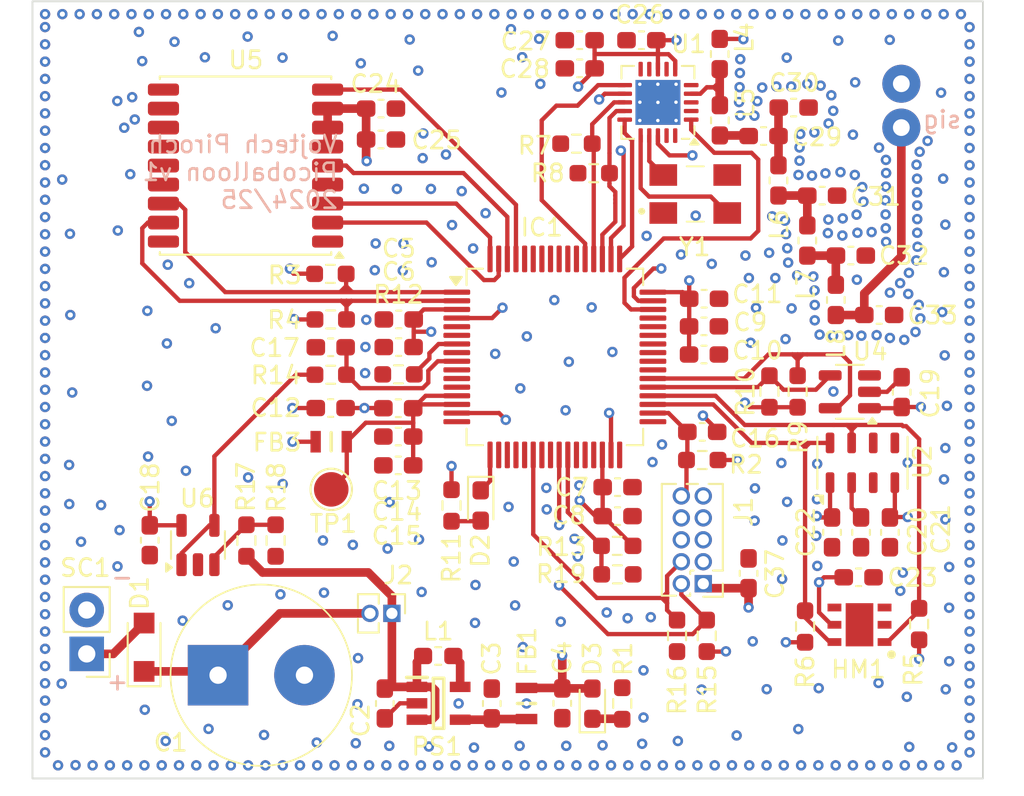
<source format=kicad_pcb>
(kicad_pcb (version 20240108) (generator "pcbnew") (generator_version "8.0")
  (title_block (title "4 layer PCB") (date "2025-01-03") (company "Vojtech Piroch"))
  (layers (0 "F.Cu" signal "F.Signal") (1 "In1.Cu" power "In1.GND") (2 "In2.Cu" power "In2.Power") (31 "B.Cu" power "B.GND") (34 "B.Paste" user) (35 "F.Paste" user) (36 "B.SilkS" user "B.Silkscreen") (37 "F.SilkS" user "F.Silkscreen") (38 "B.Mask" user) (39 "F.Mask" user) (44 "Edge.Cuts" user))
  (net 0 "")
  (net 1 "Net-(AE1-A)")
  (net 2 "Net-(AE2-A)")
  (net 3 "+U_SC")
  (net 4 "GND")
  (net 5 "Net-(PS1-VOUT)")
  (net 6 "+3.3V")
  (net 7 "+3.3VA")
  (net 8 "/RESET")
  (net 9 "Net-(IC1-PTE20)")
  (net 10 "Net-(U2-CAP)")
  (net 11 "Net-(C29-Pad2)")
  (net 12 "Net-(C29-Pad1)")
  (net 13 "Net-(C31-Pad2)")
  (net 14 "Net-(C32-Pad2)")
  (net 15 "Net-(D1-A)")
  (net 16 "/LED")
  (net 17 "Net-(D2-A)")
  (net 18 "Net-(D3-K)")
  (net 19 "/SDA_SENS")
  (net 20 "/SCL_SENS")
  (net 23 "/SDN")
  (net 25 "/MISO")
  (net 28 "/MOSI")
  (net 29 "/SCL_TEMP")
  (net 30 "/GNSS_TX")
  (net 32 "/SDA_TEMP")
  (net 33 "/GNSS_SDA")
  (net 36 "/GNSS_EXTINT")
  (net 37 "/GNSS_RX")
  (net 39 "/SCLK")
  (net 41 "/SWD_CLK")
  (net 43 "Net-(IC1-PTA4)")
  (net 45 "/nIRQ")
  (net 47 "/SWD_DIO")
  (net 51 "/GNSS_RESET")
  (net 54 "Net-(IC1-PTE18)")
  (net 55 "/GNSS_SCL")
  (net 56 "/nSEL")
  (net 63 "Net-(PS1-L)")
  (net 64 "Net-(U1-TX)")
  (net 65 "Net-(U6-+)")
  (net 66 "/ADC")
  (net 75 "Net-(U1-XOUT)")
  (net 76 "Net-(U1-XIN)")
  (net 98 "+U_SC1")
  (footprint "Resistor_SMD:R_0603_1608Metric_Pad0.98x0.95mm_HandSolder" (layer "F.Cu") (at 151.48 120.21 -90)
    (property "Reference" "R6")
    (property "Value" "10k")
  )
  (footprint "Connector_PinHeader_2.54mm:PinHeader_1x02_P2.54mm_Vertical" (layer "F.Cu") (at 109.91 121.795 180)
    (property "Reference" "SC1")
    (property "Value" "Solar_Cell")
  )
  (footprint "Library:ECS3002030BDUTR" (layer "F.Cu") (at 145.125 95.165)
    (property "Reference" "Y1")
    (property "Value" "30M" (hide yes))
  )
  (footprint "Capacitor_SMD:C_0603_1608Metric_Pad1.08x0.95mm_HandSolder" (layer "F.Cu") (at 149.08 91.81)
    (property "Reference" "C29")
    (property "Value" "100p")
  )
  (footprint "" (layer "F.Cu") (at 141.92 89.85)
    (property "Reference" "")
    (property "Value" "")
  )
  (footprint "Resistor_SMD:R_0603_1608Metric_Pad0.98x0.95mm_HandSolder" (layer "F.Cu") (at 145.79 120.75 90)
    (property "Reference" "R15")
    (property "Value" "10k")
  )
  (footprint "MountingHole:MountingHole_2.1mm" (layer "F.Cu") (at 110.04 125.99)
    (property "Reference" "H1" (hide yes))
    (property "Value" "MountingHole")
  )
  (footprint "Capacitor_SMD:C_0603_1608Metric_Pad1.08x0.95mm_HandSolder" (layer "F.Cu") (at 148.21 117.13 90)
    (property "Reference" "C37")
    (property "Value" "100n")
  )
  (footprint "Capacitor_SMD:C_0603_1608Metric_Pad1.08x0.95mm_HandSolder" (layer "F.Cu") (at 150.82 90.16 180)
    (property "Reference" "C30")
    (property "Value" "14,35p")
  )
  (footprint "Package_TO_SOT_SMD:SOT-23-5" (layer "F.Cu") (at 154.07 106.62 180)
    (property "Reference" "U4")
    (property "Value" "MCP9802")
  )
  (footprint "Capacitor_SMD:C_0603_1608Metric_Pad1.08x0.95mm_HandSolder" (layer "F.Cu") (at 140.63 112.14)
    (property "Reference" "C7")
    (property "Value" "100n")
  )
  (footprint "Library:SOT95P280X145-5N" (layer "F.Cu") (at 130.27 124.6575)
    (property "Reference" "PS1")
    (property "Value" "TPS61097A-33DBVR" (hide yes))
  )
  (footprint "MountingHole:MountingHole_2.1mm" (layer "F.Cu") (at 158.83 125.8)
    (property "Reference" "H2" (hide yes))
    (property "Value" "MountingHole")
  )
  (footprint "Capacitor_SMD:C_0603_1608Metric_Pad1.08x0.95mm_HandSolder" (layer "F.Cu") (at 156.39 114.7575 -90)
    (property "Reference" "C21")
    (property "Value" "100n")
  )
  (footprint "Capacitor_SMD:C_0603_1608Metric_Pad1.08x0.95mm_HandSolder" (layer "F.Cu") (at 157.07 106.6375 90)
    (property "Reference" "C19")
    (property "Value" "100n")
  )
  (footprint "Resistor_SMD:R_0603_1608Metric_Pad0.98x0.95mm_HandSolder" (layer "F.Cu") (at 124.03 105.63)
    (property "Reference" "R14")
    (property "Value" "1k")
  )
  (footprint "TestPoint:TestPoint_Pad_D2.0mm" (layer "F.Cu") (at 124.06 112.27 90)
    (property "Reference" "TP1")
    (property "Value" "+3.3VA_TP")
  )
  (footprint "Capacitor_SMD:C_0603_1608Metric_Pad1.08x0.95mm_HandSolder" (layer "F.Cu") (at 138.44 87.89 180)
    (property "Reference" "C28")
    (property "Value" "1u")
  )
  (footprint "Capacitor_SMD:C_0603_1608Metric_Pad1.08x0.95mm_HandSolder" (layer "F.Cu") (at 152.47 95.26 180)
    (property "Reference" "C31")
    (property "Value" "25p")
  )
  (footprint "Capacitor_SMD:C_0603_1608Metric_Pad1.08x0.95mm_HandSolder" (layer "F.Cu") (at 154.72 114.7575 -90)
    (property "Reference" "C20")
    (property "Value" "100n")
  )
  (footprint "Capacitor_SMD:C_0603_1608Metric_Pad1.08x0.95mm_HandSolder" (layer "F.Cu") (at 145.6375 101.23)
    (property "Reference" "C11")
    (property "Value" "10u")
  )
  (footprint "LED_SMD:LED_0603_1608Metric_Pad1.05x0.95mm_HandSolder" (layer "F.Cu") (at 139.17 124.6775 90)
    (property "Reference" "D3")
    (property "Value" "LED")
  )
  (footprint "Resistor_SMD:R_0603_1608Metric_Pad0.98x0.95mm_HandSolder" (layer "F.Cu") (at 127.9525 105.61 180)
    (property "Reference" "R12")
    (property "Value" "10k")
  )
  (footprint "Resistor_SMD:R_0603_1608Metric_Pad0.98x0.95mm_HandSolder" (layer "F.Cu") (at 131.02 113.2 -90)
    (property "Reference" "R11")
    (property "Value" "300")
  )
  (footprint "MountingHole:MountingHole_2.1mm" (layer "F.Cu") (at 110.06 86.89)
    (property "Reference" "H4" (hide yes))
    (property "Value" "MountingHole")
  )
  (footprint "MountingHole:MountingHole_2.1mm" (layer "F.Cu") (at 159.01 86.67)
    (property "Reference" "H3" (hide yes))
    (property "Value" "MountingHole")
  )
  (footprint "Capacitor_SMD:C_0603_1608Metric_Pad1.08x0.95mm_HandSolder" (layer "F.Cu") (at 126.94 92.01)
    (property "Reference" "C25")
    (property "Value" "100n")
  )
  (footprint "Capacitor_SMD:C_0603_1608Metric_Pad1.08x0.95mm_HandSolder" (layer "F.Cu") (at 126.94 90.22)
    (property "Reference" "C24")
    (property "Value" "100n")
  )
  (footprint "" (layer "F.Cu") (at 142.965 89.86)
    (property "Reference" "")
    (property "Value" "")
  )
  (footprint "Inductor_SMD:L_0603_1608Metric_Pad1.05x0.95mm_HandSolder" (layer "F.Cu") (at 149.94 94.38 -90)
    (property "Reference" "L6")
    (property "Value" "106n")
  )
  (footprint "Capacitor_SMD:C_0603_1608Metric_Pad1.08x0.95mm_HandSolder" (layer "F.Cu") (at 113.5575 115.2125 -90)
    (property "Reference" "C18")
    (property "Value" "100n")
  )
  (footprint "Resistor_SMD:R_0603_1608Metric_Pad0.98x0.95mm_HandSolder" (layer "F.Cu") (at 140.62 117.19 180)
    (property "Reference" "R19")
    (property "Value" "0")
  )
  (footprint "Resistor_SMD:R_0603_1608Metric_Pad0.98x0.95mm_HandSolder" (layer "F.Cu") (at 140.61 115.54 180)
    (property "Reference" "R13")
    (property "Value" "10k")
  )
  (footprint "Capacitor_SMD:C_0603_1608Metric_Pad1.08x0.95mm_HandSolder" (layer "F.Cu") (at 127.9625 104.03 180)
    (property "Reference" "C6")
    (property "Value" "1u")
  )
  (footprint "Resistor_SMD:R_0603_1608Metric_Pad0.98x0.95mm_HandSolder" (layer "F.Cu") (at 138.25 92.25)
    (property "Reference" "R7")
    (property "Value" "10k")
  )
  (footprint "Capacitor_SMD:C_0603_1608Metric_Pad1.08x0.95mm_HandSolder" (layer "F.Cu") (at 142.01 86.26 180)
    (property "Reference" "C26")
    (property "Value" "100p")
  )
  (footprint "Capacitor_SMD:C_0603_1608Metric_Pad1.08x0.95mm_HandSolder" (layer "F.Cu") (at 124.03 104.04 180)
    (property "Reference" "C17")
    (property "Value" "xx")
  )
  (footprint "" (layer "F.Cu") (at 142.96 88.81)
    (property "Reference" "")
    (property "Value" "")
  )
  (footprint "Capacitor_SMD:C_0603_1608Metric_Pad1.08x0.95mm_HandSolder" (layer "F.Cu") (at 154.13 98.73 180)
    (property "Reference" "C32")
    (property "Value" "43,06p")
  )
  (footprint "" (layer "F.Cu") (at 144.01 89.85)
    (property "Reference" "")
    (property "Value" "")
  )
  (footprint "Library:BNC_Connector_PCB" (layer "F.Cu") (at 157.05 91.32 90)
    (property "Reference" "AE2" (hide yes))
    (property "Value" "Antenna" (hide yes))
  )
  (footprint "Capacitor_SMD:C_0603_1608Metric_Pad1.08x0.95mm_HandSolder" (layer "F.Cu") (at 145.63 102.83)
    (property "Reference" "C9")
    (property "Value" "100n")
  )
  (footprint "Inductor_SMD:L_0603_1608Metric_Pad1.05x0.95mm_HandSolder" (layer "F.Cu") (at 153.26 101.3 -90)
    (property "Reference" "L8")
    (property "Value" "74,74n")
  )
  (footprint "Inductor_SMD:L_0603_1608Metric_Pad1.05x0.95mm_HandSolder" (layer "F.Cu") (at 130.25 121.9175)
    (property "Reference" "L1")
    (property "Value" "4.7u")
  )
  (footprint "Resistor_SMD:R_0603_1608Metric_Pad0.98x0.95mm_HandSolder" (layer "F.Cu") (at 139.25 93.96)
    (property "Reference" "R8")
    (property "Value" "10k")
  )
  (footprint "Connector_PinHeader_1.27mm:PinHeader_2x05_P1.27mm_Vertical" (layer "F.Cu") (at 145.59 117.73 180)
    (property "Reference" "J1")
    (property "Value" "EXT_DEBUGGER")
  )
  (footprint "Package_TO_SOT_SMD:SOT-23-5" (layer "F.Cu") (at 116.3475 115.4925 90)
    (property "Reference" "U6")
    (property "Value" "OPA333xxDBV")
  )
  (footprint "Resistor_SMD:R_0603_1608Metric_Pad0.98x0.95mm_HandSolder" (layer "F.Cu") (at 144.07 120.75 -90)
    (property "Reference" "R16")
    (property "Value" "10k")
  )
  (footprint "Capacitor_SMD:C_0603_1608Metric_Pad1.08x0.95mm_HandSolder" (layer "F.Cu") (at 140.63 113.82)
    (property "Reference" "C8")
    (property "Value" "1u")
  )
  (footprint "Diode_SMD:Nexperia_CFP3_SOD-123W" (layer "F.Cu") (at 113.23 121.41 90)
    (property "Reference" "D1")
    (property "Value" "D_Schottky")
  )
  (footprint "Capacitor_SMD:C_0603_1608Metric_Pad1.08x0.95mm_HandSolder" (layer "F.Cu") (at 138.4375 86.26 180)
    (property "Reference" "C27")
    (property "Value" "100n")
  )
  (footprint "Capacitor_SMD:C_0603_1608Metric_Pad1.08x0.95mm_HandSolder" (layer "F.Cu") (at 127.9375 110.88 180)
    (property "Reference" "C15")
    (property "Value" "100n")
  )
  (footprint "Capacitor_SMD:C_0603_1608Metric_Pad1.08x0.95mm_HandSolder" (layer "F.Cu") (at 154.58 117.36)
    (property "Reference" "C23")
    (property "Value" "100n")
  )
  (footprint "Capacitor_SMD:C_0603_1608Metric_Pad1.08x0.95mm_HandSolder" (layer "F.Cu") (at 133.35 124.6675 90)
    (property "Reference" "C3")
    (property "Value" "10u")
  )
  (footprint "Library:BLM21AG102BH1J" (layer "F.Cu") (at 124.0575 109.51)
    (property "Reference" "FB3")
    (property "Value" "FerriteBead" (hide yes))
  )
  (footprint "Inductor_SMD:L_0603_1608Metric_Pad1.05x0.95mm_HandSolder" (layer "F.Cu") (at 146.54 87.06 -90)
    (property "Reference" "L4")
    (property "Value" "552n")
  )
  (footprint "Resistor_SMD:R_0603_1608Metric_Pad0.98x0.95mm_HandSolder" (layer "F.Cu") (at 151.05 106.6 -90)
    (property "Reference" "R9")
    (property "Value" "10k")
  )
  (footprint "Capacitor_SMD:C_0603_1608Metric_Pad1.08x0.95mm_HandSolder" (layer "F.Cu") (at 124.0275 107.56)
    (property "Reference" "C12")
    (property "Value" "10u")
  )
  (footprint "LED_SMD:LED_0603_1608Metric_Pad1.05x0.95mm_HandSolder" (layer "F.Cu") (at 132.71 113.2025 -90)
    (property "Reference" "D2")
    (property "Value" "LED")
  )
  (footprint "Package_QFP:LQFP-64-1EP_10x10mm_P0.5mm_EP5x5mm" (layer "F.Cu") (at 137 104.6)
    (property "Reference" "IC1")
    (property "Value" "MCXC141VLH")
  )
  (footprint "Capacitor_SMD:C_0603_1608Metric_Pad1.08x0.95mm_HandSolder" (layer "F.Cu") (at 145.63 104.46)
    (property "Reference" "C10")
    (property "Value" "1u")
  )
  (footprint "Package_LGA:NXP_LGA-8_3x5mm_P1.25mm_H1.1mm" (layer "F.Cu") (at 154.8 110.73 90)
    (property "Reference" "U2")
    (property "Value" "MPL3115A2")
  )
  (footprint "Resistor_SMD:R_0603_1608Metric_Pad0.98x0.95mm_HandSolder" (layer "F.Cu") (at 124.01 99.79)
    (property "Reference" "R3")
    (property "Value" "10k")
  )
  (footprint "Inductor_SMD:L_0603_1608Metric_Pad1.05x0.95mm_HandSolder" (layer "F.Cu") (at 146.55 90.9 -90)
    (property "Reference" "L5")
    (property "Value" "12n")
  )
  (footprint "Library:BLM21AG102BH1J" (layer "F.Cu") (at 135.36 124.6675 90)
    (property "Reference" "FB1")
    (property "Value" "FerriteBead" (hide yes))
  )
  (footprint "Capacitor_SMD:C_0603_1608Metric_Pad1.08x0.95mm_HandSolder" (layer "F.Cu") (at 127.16 124.6675 -90)
    (property "Reference" "C2")
    (property "Value" "10u")
  )
  (footprint "Capacitor_SMD:C_0603_1608Metric_Pad1.08x0.95mm_HandSolder" (layer "F.Cu") (at 127.97 102.43 180)
    (property "Reference" "C5")
    (property "Value" "100n")
  )
  (footprint "RF_GPS:ublox_MAX" (layer "F.Cu") (at 119.1 93.52 180)
    (property "Reference" "U5")
    (property "Value" "MAX-M10S")
  )
  (footprint "Library:Supercap_7.5mm" (layer "F.Cu") (at 120.01 123.03)
    (property "Reference" "C1")
    (property "Value" "10 F")
  )
  (footprint "Resistor_SMD:R_0603_1608Metric_Pad0.98x0.95mm_HandSolder" (layer "F.Cu") (at 140.9 124.6675 -90)
    (property "Reference" "R1")
    (property "Value" "1k")
  )
  (footprint "Package_DFN_QFN:QFN-20-1EP_4x4mm_P0.5mm_EP2.6x2.6mm_ThermalVias" (layer "F.Cu") (at 142.965 89.86 180)
    (property "Reference" "U1")
    (property "Value" "Si4461")
  )
  (footprint "Library:SON100P300X300X100-7N-D" (layer "F.Cu") (at 154.63 120.11 180)
    (property "Reference" "HM1")
    (property "Value" "HTU21D" (hide yes))
  )
  (footprint "Inductor_SMD:L_0603_1608Metric_Pad1.05x0.95mm_HandSolder" (layer "F.Cu") (at 151.61 97.86 -90)
    (property "Reference" "L7")
    (property "Value" "74,74n")
  )
  (footprint "Resistor_SMD:R_0603_1608Metric_Pad0.98x0.95mm_HandSolder" (layer "F.Cu") (at 149.4175 106.6 -90)
    (property "Reference" "R10")
    (property "Value" "10k")
  )
  (footprint "Resistor_SMD:R_0603_1608Metric_Pad0.98x0.95mm_HandSolder" (layer "F.Cu") (at 145.53 110.57 180)
    (property "Reference" "R2")
    (property "Value" "10k")
  )
  (footprint "Resistor_SMD:R_0603_1608Metric_Pad0.98x0.95mm_HandSolder" (layer "F.Cu") (at 124.03 102.43)
    (property "Reference" "R4")
    (property "Value" "10k")
  )
  (footprint "Capacitor_SMD:C_0603_1608Metric_Pad1.08x0.95mm_HandSolder" (layer "F.Cu") (at 127.94 107.57 180)
    (property "Reference" "C13")
    (property "Value" "10u")
  )
  (footprint "Capacitor_SMD:C_0603_1608Metric_Pad1.08x0.95mm_HandSolder" (layer "F.Cu") (at 155.77 102.17 180)
    (property "Reference" "C33")
    (property "Value" "25p")
  )
  (footprint "Capacitor_SMD:C_0603_1608Metric_Pad1.08x0.95mm_HandSolder" (layer "F.Cu") (at 127.9375 109.21 180)
    (property "Reference" "C14")
    (property "Value" "100n")
  )
  (footprint "Resistor_SMD:R_0603_1608Metric_Pad0.98x0.95mm_HandSolder" (layer "F.Cu") (at 158.08 120.07 -90)
    (property "Reference" "R5")
    (property "Value" "10k")
  )
  (footprint "" (layer "F.Cu") (at 142.96 90.91)
    (property "Reference" "")
    (property "Value" "")
  )
  (footprint "Capacitor_SMD:C_0603_1608Metric_Pad1.08x0.95mm_HandSolder" (layer "F.Cu") (at 145.53 108.94)
    (property "Reference" "C16")
    (property "Value" "100n")
  )
  (footprint "Capacitor_SMD:C_0603_1608Metric_Pad1.08x0.95mm_HandSolder" (layer "F.Cu") (at 137.43 124.6575 -90)
    (property "Reference" "C4")
    (property "Value" "10u")
  )
  (footprint "Capacitor_SMD:C_0603_1608Metric_Pad1.08x0.95mm_HandSolder" (layer "F.Cu") (at 153.04 114.7575 -90)
    (property "Reference" "C22")
    (property "Value" "10u")
  )
  (footprint "Connector_PinHeader_1.27mm:PinHeader_1x02_P1.27mm_Vertical" (layer "F.Cu") (at 127.57 119.45 -90)
    (property "Reference" "J2")
    (property "Value" "Conn_01x02")
  )
  (footprint "Resistor_SMD:R_0603_1608Metric_Pad0.98x0.95mm_HandSolder" (layer "F.Cu") (at 120.84 115.2325 -90)
    (property "Reference" "R18")
    (property "Value" "1M")
  )
  (footprint "Resistor_SMD:R_0603_1608Metric_Pad0.98x0.95mm_HandSolder" (layer "F.Cu") (at 119.15 115.2325 90)
    (property "Reference" "R17")
    (property "Value" "1M")
  )
  (gr_rect (start 106.77 84.01) (end 161.77 129.01) (stroke (width 0.1)) (fill none) (layer "Edge.Cuts"))
  (gr_text "-" (at 111.24 117.925 0) (layer "B.SilkS") (effects (font (size 1 1) (thickness 0.155)) (justify left bottom)))
  (gr_text "+" (at 110.97 123.98 0) (layer "B.SilkS") (effects (font (size 1 1) (thickness 0.155)) (justify left bottom)))
  (gr_text "Vojtech Piroch\nPicoballoon v1\n2024/25" (at 124.53 96.09 0) (layer "B.SilkS") (effects (font (size 1 1)) (justify left bottom mirror)))
  (gr_text "sig" (at 160.6 91.44 0) (layer "B.SilkS") (effects (font (size 1 1) (thickness 0.155)) (justify left bottom mirror)))
  (segment (start 154.9025 102.175) (end 154.9075 102.17) (width 0.5) (layer "F.Cu") (net 2))
  (segment (start 154.9075 100.9225) (end 154.9075 102.17) (width 0.5) (layer "F.Cu") (net 2))
  (segment (start 157.05 91.32) (end 157.05 98.78) (width 0.5) (layer "F.Cu") (net 2))
  (segment (start 153.26 102.175) (end 154.9025 102.175) (width 0.5) (layer "F.Cu") (net 2))
  (segment (start 157.05 98.78) (end 154.9075 100.9225) (width 0.5) (layer "F.Cu") (net 2))
  (segment (start 129.87 125.6075) (end 130.07 125.4075) (width 0.5) (layer "F.Cu") (net 3))
  (segment (start 129.87 123.7075) (end 129.02 123.7075) (width 0.5) (layer "F.Cu") (net 3))
  (segment (start 129.02 125.6075) (end 129.87 125.6075) (width 0.5) (layer "F.Cu") (net 3))
  (segment (start 127.57 123.395) (end 127.16 123.805) (width 0.5) (layer "F.Cu") (net 3))
  (segment (start 126.2025 117.0825) (end 127.57 118.45) (width 0.5) (layer "F.Cu") (net 3))
  (segment (start 127.57 118.45) (end 127.57 119.45) (width 0.5) (layer "F.Cu") (net 3))
  (segment (start 119.15 116.145) (end 120.0875 117.0825) (width 0.5) (layer "F.Cu") (net 3))
  (segment (start 127.57 119.45) (end 127.57 123.395) (width 0.5) (layer "F.Cu") (net 3))
  (segment (start 130.07 125.4075) (end 130.07 123.9075) (width 0.5) (layer "F.Cu") (net 3))
  (segment (start 120.0875 117.0825) (end 126.2025 117.0825) (width 0.5) (layer "F.Cu") (net 3))
  (segment (start 129.02 122.2725) (end 129.02 123.7075) (width 0.5) (layer "F.Cu") (net 3))
  (segment (start 127.2575 123.7075) (end 127.16 123.805) (width 0.5) (layer "F.Cu") (net 3))
  (segment (start 129.375 121.9175) (end 129.02 122.2725) (width 0.5) (layer "F.Cu") (net 3))
  (segment (start 130.07 123.9075) (end 129.87 123.7075) (width 0.5) (layer "F.Cu") (net 3))
  (segment (start 129.02 123.7075) (end 127.2575 123.7075) (width 0.5) (layer "F.Cu") (net 3))
  (segment (start 124.89 107.56) (end 125.98 107.56) (width 0.25) (layer "F.Cu") (net 4))
  (segment (start 156.225 106.62) (end 157.07 105.775) (width 0.25) (layer "F.Cu") (net 4))
  (segment (start 131.325 107.85) (end 133.77 107.85) (width 0.25) (layer "F.Cu") (net 4))
  (segment (start 155.2075 106.62) (end 156.225 106.62) (width 0.25) (layer "F.Cu") (net 4))
  (segment (start 140.25 107.95) (end 140.14 107.84) (width 0.25) (layer "F.Cu") (net 4))
  (segment (start 141.575 101.092764) (end 141.575 100.607236) (width 0.25) (layer "F.Cu") (net 4))
  (segment (start 141.575 100.607236) (end 142.702236 99.48) (width 0.25) (layer "F.Cu") (net 4))
  (segment (start 129.02 124.6575) (end 128.0325 124.6575) (width 0.25) (layer "F.Cu") (net 4))
  (segment (start 133.37 102.35) (end 133.97 101.75) (width 0.25) (layer "F.Cu") (net 4))
  (segment (start 127.0675 107.56) (end 127.0775 107.57) (width 0.25) (layer "F.Cu") (net 4))
  (segment (start 125.98 107.56) (end 127.0675 107.56) (width 0.25) (layer "F.Cu") (net 4))
  (segment (start 141.832236 101.35) (end 141.575 101.092764) (width 0.25) (layer "F.Cu") (net 4))
  (segment (start 133.77 107.85) (end 134.16 108.24) (width 0.25) (layer "F.Cu") (net 4))
  (segment (start 142.702236 99.48) (end 143.16 99.48) (width 0.25) (layer "F.Cu") (net 4))
  (segment (start 142.675 101.35) (end 141.832236 101.35) (width 0.25) (layer "F.Cu") (net 4))
  (segment (start 146.3925 108.94) (end 146.3925 108.8225) (width 0.25) (layer "F.Cu") (net 4))
  (segment (start 131.325 102.35) (end 133.37 102.35) (width 0.25) (layer "F.Cu") (net 4))
  (segment (start 140.25 110.275) (end 140.25 107.95) (width 0.25) (layer "F.Cu") (net 4))
  (segment (start 146.3925 108.8225) (end 145.57 108) (width 0.25) (layer "F.Cu") (net 4))
  (segment (start 142.965 92.25974) (end 143.63526 92.93) (width 0.25) (layer "F.Cu") (net 4))
  (segment (start 143.63526 92.93) (end 144.96 92.93) (width 0.25) (layer "F.Cu") (net 4))
  (segment (start 142.965 91.785) (end 142.965 92.25974) (width 0.25) (layer "F.Cu") (net 4))
  (segment (start 128.0325 124.6575) (end 127.16 125.53) (width 0.25) (layer "F.Cu") (net 4))
  (via (at 161 102.5) (size 0.6) (drill 0.3) (layers "F.Cu" "B.Cu") (net 4))
  (via (at 152.27 123.78) (size 0.6) (drill 0.3) (layers "F.Cu" "B.Cu") (net 4))
  (via (at 132.27 98.32) (size 0.6) (drill 0.3) (layers "F.Cu" "B.Cu") (net 4))
  (via (at 118.5 84.75) (size 0.6) (drill 0.3) (layers "F.Cu" "B.Cu") (net 4))
  (via (at 159.99 127.21) (size 0.6) (drill 0.3) (layers "F.Cu" "B.Cu") (net 4))
  (via (at 107.5 89.5) (size 0.6) (drill 0.3) (layers "F.Cu" "B.Cu") (net 4))
  (via (at 153.53 93.9) (size 0.6) (drill 0.3) (layers "F.Cu" "B.Cu") (net 4))
  (via (at 134.25 128.25) (size 0.6) (drill 0.3) (layers "F.Cu" "B.Cu") (net 4))
  (via (at 152.04 101.59) (size 0.6) (drill 0.3) (layers "F.Cu" "B.Cu") (net 4))
  (via (at 138.33 116.16) (size 0.6) (drill 0.3) (layers "F.Cu" "B.Cu") (net 4))
  (via (at 149.25 128.25) (size 0.6) (drill 0.3) (layers "F.Cu" "B.Cu") (net 4))
  (via (at 154.36 94.06) (size 0.6) (drill 0.3) (layers "F.Cu" "B.Cu") (net 4))
  (via (at 152.8 97.43) (size 0.6) (drill 0.3) (layers "F.Cu" "B.Cu") (net 4))
  (via (at 161 91.5) (size 0.6) (drill 0.3) (layers "F.Cu" "B.Cu") (net 4))
  (via (at 128.2 99.6) (size 0.6) (drill 0.3) (layers "F.Cu" "B.Cu") (net 4))
  (via (at 152.66 93.97) (size 0.6) (drill 0.3) (layers "F.Cu" "B.Cu") (net 4))
  (via (at 112.25 128.25) (size 0.6) (drill 0.3) (layers "F.Cu" "B.Cu") (net 4))
  (via (at 149.58 96.46) (size 0.6) (drill 0.3) (layers "F.Cu" "B.Cu") (net 4))
  (via (at 109.58 115.3) (size 0.6) (drill 0.3) (layers "F.Cu" "B.Cu") (net 4))
  (via (at 107.5 117.5) (size 0.6) (drill 0.3) (layers "F.Cu" "B.Cu") (net 4))
  (via (at 140.25 128.25) (size 0.6) (drill 0.3) (layers "F.Cu" "B.Cu") (net 4))
  (via (at 159.42 102) (size 0.6) (drill 0.3) (layers "F.Cu" "B.Cu") (net 4))
  (via (at 126.25 128.25) (size 0.6) (drill 0.3) (layers "F.Cu" "B.Cu") (net 4))
  (via (at 108.49 94.33) (size 0.6) (drill 0.3) (layers "F.Cu" "B.Cu") (net 4))
  (via (at 150.15 117.46) (size 0.6) (drill 0.3) (layers "F.Cu" "B.Cu") (net 4))
  (via (at 157.22 103.61) (size 0.6) (drill 0.3) (layers "F.Cu" "B.Cu") (net 4))
  (via (at 140.5 84.75) (size 0.6) (drill 0.3) (layers "F.Cu" "B.Cu") (net 4))
  (via (at 148.5 84.75) (size 0.6) (drill 0.3) (layers "F.Cu" "B.Cu") (net 4))
  (via (at 161 111.5) (size 0.6) (drill 0.3) (layers "F.Cu" "B.Cu") (net 4))
  (via (at 131.05 96.96) (size 0.6) (drill 0.3) (layers "F.Cu" "B.Cu") (net 4))
  (via (at 110.25 128.25) (size 0.6) (drill 0.3) (layers "F.Cu" "B.Cu") (net 4))
  (via (at 134.62 116.45) (size 0.6) (drill 0.3) (layers "F.Cu" "B.Cu") (net 4))
  (via (at 149.76 100.03) (size 0.6) (drill 0.3) (layers "F.Cu" "B.Cu") (net 4))
  (via (at 132.5 84.75) (size 0.6) (drill 0.3) (layers "F.Cu" "B.Cu") (net 4))
  (via (at 155.73 123.48) (size 0.6) (drill 0.3) (layers "F.Cu" "B.Cu") (net 4))
  (via (at 157.97 96.62) (size 0.6) (drill 0.3) (layers "F.Cu" "B.Cu") (net 4))
  (via (at 116.75 87.25) (size 0.6) (drill 0.3) (layers "F.Cu" "B.Cu") (net 4))
  (via (at 150.7 101.79) (size 0.6) (drill 0.3) (layers "F.Cu" "B.Cu") (net 4))
  (via (at 150.17 115.23) (size 0.6) (drill 0.3) (layers "F.Cu" "B.Cu") (net 4))
  (via (at 107.5 101.5) (size 0.6) (drill 0.3) (layers "F.Cu" "B.Cu") (net 4))
  (via (at 130.5 84.75) (size 0.6) (drill 0.3) (layers "F.Cu" "B.Cu") (net 4))
  (via (at 158.25 128.25) (size 0.6) (drill 0.3) (layers "F.Cu" "B.Cu") (net 4))
  (via (at 115.46 119.87) (size 0.6) (drill 0.3) (layers "F.Cu" "B.Cu") (net 4))
  (via (at 110.74 113.18) (size 0.6) (drill 0.3) (layers "F.Cu" "B.Cu") (net 4))
  (via (at 152.84 91.08) (size 0.6) (drill 0.3) (layers "F.Cu" "B.Cu") (net 4))
  (via (at 161 106.5) (size 0.6) (drill 0.3) (layers "F.Cu" "B.Cu") (net 4))
  (via (at 119.22 86.05) (size 0.6) (drill 0.3) (layers "F.Cu" "B.Cu") (net 4))
  (via (at 154.46 96.36) (size 0.6) (drill 0.3) (layers "F.Cu" "B.Cu") (net 4))
  (via (at 107.5 108.5) (size 0.6) (drill 0.3) (layers "F.Cu" "B.Cu") (net 4))
  (via (at 128.25 128.25) (size 0.6) (drill 0.3) (layers "F.Cu" "B.Cu") (net 4))
  (via (at 145.57 108) (size 0.6) (drill 0.3) (layers "F.Cu" "B.Cu") (net 4))
  (via (at 157.25 128.25) (size 0.6) (drill 0.3) (layers "F.Cu" "B.Cu") (net 4))
  (via (at 126.58 99.58) (size 0.6) (drill 0.3) (layers "F.Cu" "B.Cu") (net 4))
  (via (at 124.14 86.01) (size 0.6) (drill 0.3) (layers "F.Cu" "B.Cu") (net 4))
  (via (at 107.5 111.5) (size 0.6) (drill 0.3) (layers "F.Cu" "B.Cu") (net 4))
  (via (at 135.25 128.25) (size 0.6) (drill 0.3) (layers "F.Cu" "B.Cu") (net 4))
  (via (at 123.58 115.23) (size 0.6) (drill 0.3) (layers "F.Cu" "B.Cu") (net 4))
  (via (at 139.5 84.75) (size 0.6) (drill 0.3) (layers "F.Cu" "B.Cu") (net 4))
  (via (at 157.14 117.09) (size 0.6) (drill 0.3) (layers "F.Cu" "B.Cu") (net 4))
  (via (at 152.5 84.75) (size 0.6) (drill 0.3) (layers "F.Cu" "B.Cu") (net 4))
  (via (at 124.5 84.75) (size 0.6) (drill 0.3) (layers "F.Cu" "B.Cu") (net 4))
  (via (at 142.25 128.25) (size 0.6) (drill 0.3) (layers "F.Cu" "B.Cu") (net 4))
  (via (at 129.5 84.75) (size 0.6) (drill 0.3) (layers "F.Cu" "B.Cu") (net 4))
  (via (at 129.39 91.66) (size 0.6) (drill 0.3) (layers "F.Cu" "B.Cu") (net 4))
  (via (at 113.25 128.25) (size 0.6) (drill 0.3) (layers "F.Cu" "B.Cu") (net 4))
  (via (at 161 120.5) (size 0.6) (drill 0.3) (layers "F.Cu" "B.Cu") (net 4))
  (via (at 130.7 92.88) (size 0.6) (drill 0.3) (layers "F.Cu" "B.Cu") (net 4))
  (via (at 142.55 119.67) (size 0.6) (drill 0.3) (layers "F.Cu" "B.Cu") (net 4))
  (via (at 107.5 110.5) (size 0.6) (drill 0.3) (layers "F.Cu" "B.Cu") (net 4))
  (via (at 136.97 101.31) (size 0.6) (drill 0.3) (layers "F.Cu" "B.Cu") (net 4))
  (via (at 152.829525 96.64533) (size 0.6) (drill 0.3) (layers "F.Cu" "B.Cu") (net 4))
  (via (at 161 96.5) (size 0.6) (drill 0.3) (layers "F.Cu" "B.Cu") (net 4))
  (via (at 142.5 84.75) (size 0.6) (drill 0.3) (layers "F.Cu" "B.Cu") (net 4))
  (via (at 131.43 124.6675) (size 0.6) (drill 0.3) (layers "F.Cu" "B.Cu") (net 4))
  (via (at 153.1 103.38) (size 0.6) (drill 0.3) (layers "F.Cu" "B.Cu") (net 4))
  (via (at 157.96 95.07) (size 0.6) (drill 0.3) (layers "F.Cu" "B.Cu") (net 4))
  (via (at 159.6 109.88) (size 0.6) (drill 0.3) (layers "F.Cu" "B.Cu") (net 4))
  (via (at 133.97 101.75) (size 0.6) (drill 0.3) (layers "F.Cu" "B.Cu") (net 4))
  (via (at 115.84 100.33) (size 0.6) (drill 0.3) (layers "F.Cu" "B.Cu") (net 4))
  (via (at 128.5 84.75) (size 0.6) (drill 0.3) (layers "F.Cu" "B.Cu") (net 4))
  (via (at 127.32 115.7) (size 0.6) (drill 0.3) (layers "F.Cu" "B.Cu") (net 4))
  (via (at 145.5 84.75) (size 0.6) (drill 0.3) (layers "F.Cu" "B.Cu") (net 4))
  (via (at 137.62 107.69) (size 0.6) (drill 0.3) (layers "F.Cu" "B.Cu") (net 4))
  (via (at 126.09 102.45) (size 0.6) (drill 0.3) (layers "F.Cu" "B.Cu") (net 4))
  (via (at 108.5 84.75) (size 0.6) (drill 0.3) (layers "F.Cu" "B.Cu") (net 4))
  (via (at 157.96 94.28) (size 0.6) (drill 0.3) (layers "F.Cu" "B.Cu") (net 4))
  (via (at 152.02 91.6) (size 0.6) (drill 0.3) (layers "F.Cu" "B.Cu") (net 4))
  (via (at 116.5 84.75) (size 0.6) (drill 0.3) (layers "F.Cu" "B.Cu") (net 4))
  (via (at 147.66 89.84) (size 0.6) (drill 0.3) (layers "F.Cu" "B.Cu") (net 4))
  (via (at 151.16 92.47) (size 0.6) (drill 0.3) (layers "F.Cu" "B.Cu") (net 4))
  (via (at 113.5 84.75) (size 0.6) (drill 0.3) (layers "F.Cu" "B.Cu") (net 4))
  (via (at 149 89) (size 0.6) (drill 0.3) (layers "F.Cu" "B.Cu") (net 4))
  (via (at 151.5 84.75) (size 0.6) (drill 0.3) (layers "F.Cu" "B.Cu") (net 4))
  (via (at 142.65 110.69) (size 0.6) (drill 0.3) (layers "F.Cu" "B.Cu") (net 4))
  (via (at 147.73 87.36) (size 0.6) (drill 0.3) (layers "F.Cu" "B.Cu") (net 4))
  (via (at 107.5 92.5) (size 0.6) (drill 0.3) (layers "F.Cu" "B.Cu") (net 4))
  (via (at 137.81 104.88) (size 0.6) (drill 0.3) (layers "F.Cu" "B.Cu") (net 4))
  (via (at 119.5 84.75) (size 0.6) (drill 0.3) (layers "F.Cu" "B.Cu") (net 4))
  (via (at 118.25 128.25) (size 0.6) (drill 0.3) (layers "F.Cu" "B.Cu") (net 4))
  (via (at 107.5 97.5) (size 0.6) (drill 0.3) (layers "F.Cu" "B.Cu") (net 4))
  (via (at 159.62 123.85) (size 0.6) (drill 0.3) (layers "F.Cu" "B.Cu") (net 4))
  (via (at 112.54 89.56) (size 0.6) (drill 0.3) (layers "F.Cu" "B.Cu") (net 4))
  (via (at 117.37 102.94) (size 0.6) (drill 0.3) (layers "F.Cu" "B.Cu") (net 4))
  (via (at 136.16 88.79) (size 0.6) (drill 0.3) (layers "F.Cu" "B.Cu") (net 4))
  (via (at 161 105.5) (size 0.6) (drill 0.3) (layers "F.Cu" "B.Cu") (net 4))
  (via (at 156.99 118.14) (size 0.6) (drill 0.3) (layers "F.Cu" "B.Cu") (net 4))
  (via (at 123.5 84.75) (size 0.6) (drill 0.3) (layers "F.Cu" "B.Cu") (net 4))
  (via (at 129.87 99.12) (size 0.6) (drill 0.3) (layers "F.Cu" "B.Cu") (net 4))
  (via (at 123.25 128.25) (size 0.6) (drill 0.3) (layers "F.Cu" "B.Cu") (net 4))
  (via (at 117.5 84.75) (size 0.6) (drill 0.3) (layers "F.Cu" "B.Cu") (net 4))
  (via (at 157.97 97.41) (size 0.6) (drill 0.3) (layers "F.Cu" "B.Cu") (net 4))
  (via (at 153.66 96.58) (size 0.6) (drill 0.3) (layers "F.Cu" "B.Cu") (net 4))
  (via (at 161 92.5) (size 0.6) (drill 0.3) (layers "F.Cu" "B.Cu") (net 4))
  (via (at 132.407266 117.805498) (size 0.6) (drill 0.3) (layers "F.Cu" "B.Cu") (net 4))
  (via (at 121.5 84.75) (size 0.6) (drill 0.3) (layers "F.Cu" "B.Cu") (net 4))
  (via (at 147.25 128.25) (size 0.6) (drill 0.3) (layers "F.Cu" "B.Cu") (net 4))
  (via (at 158.57 92.09) (size 0.6) (drill 0.3) (layers "F.Cu" "B.Cu") (net 4))
  (via (at 161 86.5) (size 0.6) (drill 0.3) (layers "F.Cu" "B.Cu") (net 4))
  (via (at 121.12 118.35) (size 0.6) (drill 0.3) (layers "F.Cu" "B.Cu") (net 4))
  (via (at 126.04 104.02) (size 0.6) (drill 0.3) (layers "F.Cu" "B.Cu") (net 4))
  (via (at 108.94 97.47) (size 0.6) (drill 0.3) (layers "F.Cu" "B.Cu") (net 4))
  (via (at 129.09 88.02) (size 0.6) (drill 0.3) (layers "F.Cu" "B.Cu") (net 4))
  (via (at 144.12 126.84) (size 0.6) (drill 0.3) (layers "F.Cu" "B.Cu") (net 4))
  (via (at 159.82 122.22) (size 0.6) (drill 0.3) (layers "F.Cu" "B.Cu") (net 4))
  (via (at 157.42 110.72) (size 0.6) (drill 0.3) (layers "F.Cu" "B.Cu") (net 4))
  (via (at 125.5 84.75) (size 0.6) (drill 0.3) (layers "F.Cu" "B.Cu") (net 4))
  (via (at 109.07 106.66) (size 0.6) (drill 0.3) (layers "F.Cu" "B.Cu") (net 4))
  (via (at 125.31 115.48) (size 0.6) (drill 0.3) (layers "F.Cu" "B.Cu") (net 4))
  (via (at 151.61 88.79) (size 0.6) (drill 0.3) (layers "F.Cu" "B.Cu") (net 4))
  (via (at 142.13 125.48) (size 0.6) (drill 0.3) (layers "F.Cu" "B.Cu") (net 4))
  (via (at 130.25 128.25) (size 0.6) (drill 0.3) (layers "F.Cu" "B.Cu") (net 4))
  (via (at 146.25 128.25) (size 0.6) (drill 0.3) (layers "F.Cu" "B.Cu") (net 4))
  (via (at 118.07 118.98) (size 0.6) (drill 0.3) (layers "F.Cu" "B.Cu") (net 4))
  (via (at 107.5 95.5) (size 0.6) (drill 0.3) (layers "F.Cu" "B.Cu") (net 4))
  (via (at 159.515097 99.694018) (size 0.6) (drill 0.3) (layers "F.Cu" "B.Cu") (net 4))
  (via (at 133.5 84.75) (size 0.6) (drill 0.3) (layers "F.Cu" "B.Cu") (net 4))
  (via (at 116.25 128.25) (size 0.6) (drill 0.3) (layers "F.Cu" "B.Cu") (net 4))
  (via (at 147.52 126.52) (size 0.6) (drill 0.3) (layers "F.Cu" "B.Cu") (net 4))
  (via (at 152.38 88.89) (size 0.6) (drill 0.3) (layers "F.Cu" "B.Cu") (net 4))
  (via (at 126.63 98.03) (size 0.6) (drill 0.3) (layers "F.Cu" "B.Cu") (net 4))
  (via (at 107.5 123.5) (size 0.6) (drill 0.3) (layers "F.Cu" "B.Cu") (net 4))
  (via (at 147.69 88.98) (size 0.6) (drill 0.3) (layers "F.Cu" "B.Cu") (net 4))
  (via (at 134.46 85.62) (size 0.6) (drill 0.3) (layers "F.Cu" "B.Cu") (net 4))
  (via (at 140.33 104.31) (size 0.6) (drill 0.3) (layers "F.Cu" "B.Cu") (net 4))
  (via (at 138.25 128.25) (size 0.6) (drill 0.3) (layers "F.Cu" "B.Cu") (net 4))
  (via (at 161 85.5) (size 0.6) (drill 0.3) (layers "F.Cu" "B.Cu") (net 4))
  (via (at 108.25 128.25) (size 0.6) (drill 0.3) (layers "F.Cu" "B.Cu") (net 4))
  (via (at 152.13 114.96) (size 0.6) (drill 0.3) (layers "F.Cu" "B.Cu") (net 4))
  (via (at 150.5 84.75) (size 0.6) (drill 0.3) (layers "F.Cu" "B.Cu") (net 4))
  (via (at 108.46 123.52) (size 0.6) (drill 0.3) (layers "F.Cu" "B.Cu") (net 4))
  (via (at 148.55 90.63) (size 0.6) (drill 0.3) (layers "F.Cu" "B.Cu") (net 4))
  (via (at 157.97 95.83) (size 0.6) (drill 0.3) (layers "F.Cu" "B.Cu") (net 4))
  (via (at 155.5 84.75) (size 0.6) (drill 0.3) (layers "F.Cu" "B.Cu") (net 4))
  (via (at 132.25 128.25) (size 0.6) (drill 0.3) (layers "F.Cu" "B.Cu") (net 4))
  (via (at 107.5 125.5) (size 0.6) (drill 0.3) (layers "F.Cu" "B.Cu") (net 4))
  (via (at 127.42 127.12) (size 0.6) (drill 0.3) (layers "F.Cu" "B.Cu") (net 4))
  (via (at 153.25 128.25) (size 0.6) (drill 0.3) (layers "F.Cu" "B.Cu") (net 4))
  (via (at 112.43 94.02) (size 0.6) (drill 0.3) (layers "F.Cu" "B.Cu") (net 4))
  (via (at 112.93 85.78) (size 0.6) (drill 0.3) (layers "F.Cu" "B.Cu") (net 4))
  (via (at 158.15 102.37) (size 0.6) (drill 0.3) (layers "F.Cu" "B.Cu") (net 4))
  (via (at 151.02 99.88) (size 0.6) (drill 0.3) (layers "F.Cu" "B.Cu") (net 4))
  (via (at 156.39 100.88) (size 0.6) (drill 0.3) (layers "F.Cu" "B.Cu") (net 4))
  (via (at 140.14 107.84) (size 0.6) (drill 0.3) (layers "F.Cu" "B.Cu") (net 4))
  (via (at 113.27 125.03) (size 0.6) (drill 0.3) (layers "F.Cu" "B.Cu") (net 4))
  (via (at 158.11 92.72) (size 0.6) (drill 0.3) (layers "F.Cu" "B.Cu") (net 4))
  (via (at 145.25 128.25) (size 0.6) (drill 0.3) (layers "F.Cu" "B.Cu") (net 4))
  (via (at 115.5 84.75) (size 0.6) (drill 0.3) (layers "F.Cu" "B.Cu") (net 4))
  (via (at 137.34 119.93) (size 0.6) (drill 0.3) (layers "F.Cu" "B.Cu") (net 4))
  (via (at 161 122.5) (size 0.6) (drill 0.3) (layers "F.Cu" "B.Cu") (net 4))
  (via (at 129.29 118.21) (size 0.6) (drill 0.3) (layers "F.Cu" "B.Cu") (net 4))
  (via (at 144.96 92.93) (size 0.6) (drill 0.3) (layers "F.Cu" "B.Cu") (net 4))
  (via (at 107.5 114.5) (size 0.6) (drill 0.3) (layers "F.Cu" "B.Cu") (net 4))
  (via (at 157.45 100.95) (size 0.6) (drill 0.3) (layers "F.Cu" "B.Cu") (net 4))
  (via (at 111.68 89.78) (size 0.6) (drill 0.3) (layers "F.Cu" "B.Cu") (net 4))
  (via (at 148.23 100.03) (size 0.6) (drill 0.3) (layers "F.Cu" "B.Cu") (net 4))
  (via (at 161 113.5) (size 0.6) (drill 0.3) (layers "F.Cu" "B.Cu") (net 4))
  (via (at 107.5 103.5) (size 0.6) (drill 0.3) (layers "F.Cu" "B.Cu") (net 4))
  (via (at 111.25 128.25) (size 0.6) (drill 0.3) (layers "F.Cu" "B.Cu") (net 4))
  (via (at 156.5 84.75) (size 0.6) (drill 0.3) (layers "F.Cu" "B.Cu") (net 4))
  (via (at 107.5 88.5) (size 0.6) (drill 0.3) (layers "F.Cu" "B.Cu") (net 4))
  (via (at 114.6 99.26) (size 0.6) (drill 0.3) (layers "F.Cu" "B.Cu") (net 4))
  (via (at 161 87.5) (size 0.6) (drill 0.3) (layers "F.Cu" "B.Cu") (net 4))
  (via (at 157.37 124.28) (size 0.6) (drill 0.3) (layers "F.Cu" "B.Cu") (net 4))
  (via (at 157.93 93.47) (size 0.6) (drill 0.3) (layers "F.Cu" "B.Cu") (net 4))
  (via (at 143.5 84.75) (size 0.6) (drill 0.3) (layers "F.Cu" "B.Cu") (net 4))
  (via (at 136.25 128.25) (size 0.6) (drill 0.3) (layers "F.Cu" "B.Cu") (net 4))
  (via (at 107.5 84.75) (size 0.6) (drill 0.3) (layers "F.Cu" "B.Cu") (net 4))
  (via (at 161 94.5) (size 0.6) (drill 0.3) (layers "F.Cu" "B.Cu") (net 4))
  (via (at 107.5 104.5) (size 0.6) (drill 0.3) (layers "F.Cu" "B.Cu") (net 4))
  (via (at 147.73 90.62) (size 0.6) (drill 0.3) (layers "F.Cu" "B.Cu") (net 4))
  (via (at 152.32 103.31) (size 0.6) (drill 0.3) (layers "F.Cu" "B.Cu") (net 4))
  (via (at 152.18 110.79) (size 0.6) (drill 0.3) (layers "F.Cu" "B.Cu") (net 4))
  (via (at 148.03 98.73) (size 0.6) (drill 0.3) (layers "F.Cu" "B.Cu") (net 4))
  (via (at 131.5 84.75) (size 0.6) (drill 0.3) (layers "F.Cu" "B.Cu") (net 4))
  (via (at 154.51 97.41) (size 0.6) (drill 0.3) (layers "F.Cu" "B.Cu") (net 4))
  (via (at 144.3 98.67) (size 0.6) (drill 0.3) (layers "F.Cu" "B.Cu") (net 4))
  (via (at 148.58 112.21) (size 0.6) (drill 0.3) (layers "F.Cu" "B.Cu") (net 4))
  (via (at 121.241067 87.2703) (size 0.6) (drill 0.3) (layers "F.Cu" "B.Cu") (net 4))
  (via (at 158.06 101.58) (size 0.6) (drill 0.3) (layers "F.Cu" "B.Cu") (net 4))
  (via (at 146.5 84.75) (size 0.6) (drill 0.3) (layers "F.Cu" "B.Cu") (net 4))
  (via (at 157.49 99.73) (size 0.6) (drill 0.3) (layers "F.Cu" "B.Cu") (net 4))
  (via (at 161 123.5) (size 0.6) (drill 0.3) (layers "F.Cu" "B.Cu") (net 4))
  (via (at 153.64 97.57) (size 0.6) (drill 0.3) (layers "F.Cu" "B.Cu") (net 4))
  (via (at 156.14 96.35) (size 0.6) (drill 0.3) (layers "F.Cu" "B.Cu") (net 4))
  (via (at 148.64 101.76) (size 0.6) (drill 0.3) (layers "F.Cu" "B.Cu") (net 4))
  (via (at 135.38 103.41) (size 0.6) (drill 0.3) (layers "F.Cu" "B.Cu") (net 4))
  (via (at 150.35 103.57) (size 0.6) (drill 0.3) (layers "F.Cu" "B.Cu") (net 4))
  (via (at 126.5 84.75) (size 0.6) (drill 0.3) (layers "F.Cu" "B.Cu") (net 4))
  (via (at 135 106.42) (size 0.6) (drill 0.3) (layers "F.Cu" "B.Cu") (net 4))
  (via (at 129.25 128.25) (size 0.6) (drill 0.3) (layers "F.Cu" "B.Cu") (net 4))
  (via (at 107.5 126.5) (size 0.6) (drill 0.3) (layers "F.Cu" "B.Cu") (net 4))
  (via (at 160.5 84.75) (size 0.6) (drill 0.3) (layers "F.Cu" "B.Cu") (net 4))
  (via (at 161 118.5) (size 0.6) (drill 0.3) (layers "F.Cu" "B.Cu") (net 4))
  (via (at 137.5 84.75) (size 0.6) (drill 0.3) (layers "F.Cu" "B.Cu") (net 4))
  (via (at 155.25 128.25) (size 0.6) (drill 0.3) (layers "F.Cu" "B.Cu") (net 4))
  (via (at 125.98 107.56) (size 0.6) (drill 0.3) (layers "F.Cu" "B.Cu") (net 4))
  (via (at 161 124.5) (size 0.6) (drill 0.3) (layers "F.Cu" "B.Cu") (net 4))
  (via (at 139.13 101.73) (size 0.6) (drill 0.3) (layers "F.Cu" "B.Cu") (net 4))
  (via (at 134.5 84.75) (size 0.6) (drill 0.3) (layers "F.Cu" "B.Cu") (net 4))
  (via (at 161 108.5) (size 0.6) (drill 0.3) (layers "F.Cu" "B.Cu") (net 4))
  (via (at 156.98 100.33) (size 0.6) (drill 0.3) (layers "F.Cu" "B.Cu") (net 4))
  (via (at 132.99 96.28) (size 0.6) (drill 0.3) (layers "F.Cu" "B.Cu") (net 4))
  (via (at 140 119.4) (size 0.6) (drill 0.3) (layers "F.Cu" "B.Cu") (net 4))
  (via (at 161 115.5) (size 0.6) (drill 0.3) (layers "F.Cu" "B.Cu") (net 4))
  (via (at 161 121.5) (size 0.6) (drill 0.3) (layers "F.Cu" "B.Cu") (net 4))
  (via (at 107.5 124.5) (size 0.6) (drill 0.3) (layers "F.Cu" "B.Cu") (net 4))
  (via (at 113.12 87.47) (size 0.6) (drill 0.3) (layers "F.Cu" "B.Cu") (net 4))
  (via (at 150.45 98.31) (size 0.6) (drill 0.3) (layers "F.Cu" "B.Cu") (net 4))
  (via (at 125.25 128.25) (size 0.6) (drill 0.3) (layers "F.Cu" "B.Cu") (net 4))
  (via (at 112.69 90.85) (size 0.6) (drill 0.3) (layers "F.Cu" "B.Cu") (net 4))
  (via (at 158.5 84.75) (size 0.6) (drill 0.3) (layers "F.Cu" "B.Cu") (net 4))
  (via (at 161 109.5) (size 0.6) (drill 0.3) (layers "F.Cu" "B.Cu") (net 4))
  (via (at 125.58 124.71) (size 0.6) (drill 0.3) (layers "F.Cu" "B.Cu") (net 4))
  (via (at 151.09 126.15) (size 0.6) (drill 0.3) (layers "F.Cu" "B.Cu") (net 4))
  (via (at 157.99 98.22) (size 0.6) (drill 0.3) (layers "F.Cu" "B.Cu") (net 4))
  (via (at 126.02 105.54) (size 0.6) (drill 0.3) (layers "F.Cu" "B.Cu") (net 4))
  (via (at 135.15 121.4) (size 0.6) (drill 0.3) (layers "F.Cu" "B.Cu") (net 4))
  (via (at 107.5 127.5) (size 0.6) (drill 0.3) (layers "F.Cu" "B.Cu") (net 4))
  (via (at 161 88.5) (size 0.6) (drill 0.3) (layers "F.Cu" "B.Cu") (net 4))
  (via (at 134.7 118.99) (size 0.6) (drill 0.3) (layers "F.Cu" "B.Cu") (net 4))
  (via (at 143.25 128.25) (size 0.6) (drill 0.3) (layers "F.Cu" "B.Cu") (net 4))
  (via (at 128.24 98.04) (size 0.6) (drill 0.3) (layers "F.Cu" "B.Cu") (net 4))
  (via (at 107.5 87.5) (size 0.6) (drill 0.3) (layers "F.Cu" "B.Cu") (net 4))
  (via (at 134.16 108.24) (size 0.6) (drill 0.3) (layers "F.Cu" "B.Cu") (net 4))
  (via (at 161 117.5) (size 0.6) (drill 0.3) (layers "F.Cu" "B.Cu") (net 4))
  (via (at 111.81 114.63) (size 0.6) (drill 0.3) (layers "F.Cu" "B.Cu") (net 4))
  (via (at 138.5 84.75) (size 0.6) (drill 0.3) (layers "F.Cu" "B.Cu") (net 4))
  (via (at 153.4 86.28) (size 0.6) (drill 0.3) (layers "F.Cu" "B.Cu") (net 4))
  (via (at 107.5 93.5) (size 0.6) (drill 0.3) (layers "F.Cu" "B.Cu") (net 4))
  (via (at 125.95 94.86) (size 0.6) (drill 0.3) (layers "F.Cu" "B.Cu") (net 4))
  (via (at 125.48 126.97) (size 0.6) (drill 0.3) (layers "F.Cu" "B.Cu") (net 4))
  (via (at 150.11 110.74) (size 0.6) (drill 0.3) (layers "F.Cu" "B.Cu") (net 4))
  (via (at 133.91 89.29) (size 0.6) (drill 0.3) (layers "F.Cu" "B.Cu") (net 4))
  (via (at 152.04 102.48) (size 0.6) (drill 0.3) (layers "F.Cu" "B.Cu") (net 4))
  (via (at 147.5 84.75) (size 0.6) (drill 0.3) (layers "F.Cu" "B.Cu") (net 4))
  (via (at 107.5 99.5) (size 0.6) (drill 0.3) (layers "F.Cu" "B.Cu") (net 4))
  (via (at 161 100.5) (size 0.6) (drill 0.3) (layers "F.Cu" "B.Cu") (net 4))
  (via (at 149.4 98.57) (size 0.6) (drill 0.3) (layers "F.Cu" "B.Cu") (net 4))
  (via (at 153 89.45) (size 0.6) (drill 0.3) (layers "F.Cu" "B.Cu") (net 4))
  (via (at 161 112.5) (size 0.6) (drill 0.3) (layers "F.Cu" "B.Cu") (net 4))
  (via (at 121.25 128.25) (size 0.6) (drill 0.3) (layers "F.Cu" "B.Cu") (net 4))
  (via (at 152.03 100.75) (size 0.6) (drill 0.3) (layers "F.Cu" "B.Cu") (net 4))
  (via (at 148.56 114.08) (size 0.6) (drill 0.3) (layers "F.Cu" "B.Cu") (net 4))
  (via (at 156.17 97.94) (size 0.6) (drill 0.3) (layers "F.Cu" "B.Cu") (net 4))
  (via (at 107.5 106.5) (size 0.6) (drill 0.3) (layers "F.Cu" "B.Cu") (net 4))
  (via (at 137.25 128.25) (size 0.6) (drill 0.3) (layers "F.Cu" "B.Cu") (net 4))
  (via (at 108.96 102.17) (size 0.6) (drill 0.3) (layers "F.Cu" "B.Cu") (net 4))
  (via (at 107.5 121.5) (size 0.6) (drill 0.3) (layers "F.Cu" "B.Cu") (net 4))
  (via (at 111.71 97.28) (size 0.6) (drill 0.3) (layers "F.Cu" "B.Cu") (net 4))
  (via (at 129.83 94.87) (size 0.6) (drill 0.3) (layers "F.Cu" "B.Cu") (net 4))
  (via (at 113.4 106.27) (size 0.6) (drill 0.3) (layers "F.Cu" "B.Cu") (net 4))
  (via (at 152.25 128.25) (size 0.6) (drill 0.3) (layers "F.Cu" "B.Cu") (net 4))
  (via (at 144.5 84.75) (size 0.6) (drill 0.3) (layers "F.Cu" "B.Cu") (net 4))
  (via (at 150.25 128.25) (size 0.6) (drill 0.3) (layers "F.Cu" "B.Cu") (net 4))
  (via (at 142.13 122.75) (size 0.6) (drill 0.3) (layers "F.Cu" "B.Cu") (net 4))
  (via (at 138.14 115.13) (size 0.6) (drill 0.3) (layers "F.Cu" "B.Cu") (net 4))
  (via (at 138.42 112.04) (size 0.6) (drill 0.3) (layers "F.Cu" "B.Cu") (net 4))
  (via (at 137.66 127.12) (size 0.6) (drill 0.3) (layers "F.Cu" "B.Cu") (net 4))
  (via (at 125.61 122.04) (size 0.6) (drill 0.3) (layers "F.Cu" "B.Cu") (net 4))
  (via (at 157.92 99.01) (size 0.6) (drill 0.3) (layers "F.Cu" "B.Cu") (net 4))
  (via (at 113.42 101.93) (size 0.6) (drill 0.3) (layers "F.Cu" "B.Cu") (net 4))
  (via (at 129.14 115.17) (size 0.6) (drill 0.3) (layers "F.Cu" "B.Cu") (net 4))
  (via (at 150.68 88.94) (size 0.6) (drill 0.3) (layers "F.Cu" "B.Cu") (net 4))
  (via (at 120.25 128.25) (size 0.6) (drill 0.3) (layers "F.Cu" "B.Cu") (net 4))
  (via (at 161 101.5) (size 0.6) (drill 0.3) (layers "F.Cu" "B.Cu") (net 4))
  (via (at 141.5 84.75) (size 0.6) (drill 0.3) (layers "F.Cu" "B.Cu") (net 4))
  (via (at 154.86 95.61) (size 0.6) (drill 0.3) (layers "F.Cu" "B.Cu") (net 4))
  (via (at 153.5 84.75) (size 0.6) (drill 0.3) (layers "F.Cu" "B.Cu") (net 4))
  (via (at 107.5 112.5) (size 0.6) (drill 0.3) (layers "F.Cu" "B.Cu") (net 4))
  (via (at 112.08 91.33) (size 0.6) (drill 0.3) (layers "F.Cu" "B.Cu") (net 4))
  (via (at 149.26 123.84) (size 0.6) (drill 0.3) (layers "F.Cu" "B.Cu") (net 4))
  (via (at 161 103.5) (size 0.6) (drill 0.3) (layers "F.Cu" "B.Cu") (net 4))
  (via (at 124.25 128.25) (size 0.6) (drill 0.3) (layers "F.Cu" "B.Cu") (net 4))
  (via (at 143.2 109.67) (size 0.6) (drill 0.3) (layers "F.Cu" "B.Cu") (net 4))
  (via (at 156.38 86.24) (size 0.6) (drill 0.3) (layers "F.Cu" "B.Cu") (net 4))
  (via (at 148.45 121.07) (size 0.6) (drill 0.3) (layers "F.Cu" "B.Cu") (net 4))
  (via (at 136.53 113.43) (size 0.6) (drill 0.3) (layers "F.Cu" "B.Cu") (net 4))
  (via (at 161 90.5) (size 0.6) (drill 0.3) (layers "F.Cu" "B.Cu") (net 4))
  (via (at 132.38 120) (size 0.6) (drill 0.3) (layers "F.Cu" "B.Cu") (net 4))
  (via (at 145.15 96.42) (size 0.6) (drill 0.3) (layers "F.Cu" "B.Cu") (net 4))
  (via (at 109.262939 128.237369) (size 0.6) (drill 0.3) (layers "F.Cu" "B.Cu") (net 4))
  (via (at 132.32 127.22) (size 0.6) (drill 0.3) (layers "F.Cu" "B.Cu") (net 4))
  (via (at 152.19 116.7) (size 0.6) (drill 0.3) (layers "F.Cu" "B.Cu") (net 4))
  (via (at 143.16 99.48) (size 0.6) (drill 0.3) (layers "F.Cu" "B.Cu") (net 4))
  (via (at 127.44 113.01) (size 0.6) (drill 0.3) (layers "F.Cu" "B.Cu") (net 4))
  (via (at 112.5 84.75) (size 0.6) (drill 0.3) (layers "F.Cu" "B.Cu") (net 4))
  (via (at 159.47 94.28) (size 0.6) (drill 0.3) (layers "F.Cu" "B.Cu") (net 4))
  (via (at 110.5 84.75) (size 0.6) (drill 0.3) (layers "F.Cu" "B.Cu") (net 4))
  (via (at 114.99 86.35) (size 0.6) (drill 0.3) (layers "F.Cu" "B.Cu") (net 4))
  (via (at 157.5 84.75) (size 0.6) (drill 0.3) (layers "F.Cu" "B.Cu") (net 4))
  (via (at 107.5 105.5) (size 0.6) (drill 0.3) (layers "F.Cu" "B.Cu") (net 4))
  (via (at 161 95.5) (size 0.6) (drill 0.3) (layers "F.Cu" "B.Cu") (net 4))
  (via (at 153.12 106.6) (size 0.6) (drill 0.3) (layers "F.Cu" "B.Cu") (net 4))
  (via (at 107.5 119.5) (size 0.6) (drill 0.3) (layers "F.Cu" "B.Cu") (net 4))
  (via (at 154.79 94.76) (size 0.6) (drill 0.3) (layers "F.Cu" "B.Cu") (net 4))
  (via (at 115.65 111.19) (size 0.6) (drill 0.3) (layers "F.Cu" "B.Cu") (net 4))
  (via (at 107.5 91.5) (size 0.6) (drill 0.3) (layers "F.Cu" "B.Cu") (net 4))
  (via (at 151.16 93.24) (size 0.6) (drill 0.3) (layers "F.Cu" "B.Cu") (net 4))
  (via (at 107.5 98.5) (size 0.6) (drill 0.3) (layers "F.Cu" "B.Cu") (net 4))
  (via (at 151.25 128.25) (size 0.6) (drill 0.3) (layers "F.Cu" "B.Cu") (net 4))
  (via (at 154.38 88.7) (size 0.6) (drill 0.3) (layers "F.Cu" "B.Cu") (net 4))
  (via (at 107.5 113.5) (size 0.6) (drill 0.3) (layers "F.Cu" "B.Cu") (net 4))
  (via (at 161 110.5) (size 0.6) (drill 0.3) (layers "F.Cu" "B.Cu") (net 4))
  (via (at 107.5 86.5) (size 0.6) (drill 0.3) (layers "F.Cu" "B.Cu") (net 4))
  (via (at 107.5 94.5) (size 0.6) (drill 0.3) (layers "F.Cu" "B.Cu") (net 4))
  (via (at 159.5 84.75) (size 0.6) (drill 0.3) (layers "F.Cu" "B.Cu") (net 4))
  (via (at 114.25 128.25) (size 0.6) (drill 0.3) (layers "F.Cu" "B.Cu") (net 4))
  (via (at 155.33 97.37) (size 0.6) (drill 0.3) (layers "F.Cu" "B.Cu") (net 4))
  (via (at 107.5 120.5) (size 0.6) (drill 0.3) (layers "F.Cu" "B.Cu") (net 4))
  (via (at 139.76 127.09) (size 0.6) (drill 0.3) (layers "F.Cu" "B.Cu") (net 4))
  (via (at 150.38 97.49) (size 0.6) (drill 0.3) (layers "F.Cu" "B.Cu") (net 4))
  (via (at 127.5 84.75) (size 0.6) (drill 0.3) (layers "F.Cu" "B.Cu") (net 4))
  (via (at 154.25 128.25) (size 0.6) (drill 0.3) (layers "F.Cu" "B.Cu") (net 4))
  (via (at 135.36 124.6675) (size 0.6) (drill 0.3) (layers "F.Cu" "B.Cu") (net 4))
  (via (at 161 99.5) (size 0.6) (drill 0.3) (layers "F.Cu" "B.Cu") (net 4))
  (via (at 119.25 111.58) (size 0.6) (drill 0.3) (layers "F.Cu" "B.Cu") (net 4))
  (via (at 107.5 102.5) (size 0.6) (drill 0.3) (layers "F.Cu" "B.Cu") (net 4))
  (via (at 121.25 111.96) (size 0.6) (drill 0.3) (layers "F.Cu" "B.Cu") (net 4))
  (via (at 161 89.5) (size 0.6) (drill 0.3) (layers "F.Cu" "B.Cu") (net 4))
  (via (at 122.5 84.75) (size 0.6) (drill 0.3) (layers "F.Cu" "B.Cu") (net 4))
  (via (at 111.5 84.75) (size 0.6) (drill 0.3) (layers "F.Cu" "B.Cu") (net 4))
  (via (at 161 97.5) (size 0.6) (drill 0.3) (layers "F.Cu" "B.Cu") (net 4))
  (via (at 155.62 103.34) (size 0.6) (drill 0.3) (layers "F.Cu" "B.Cu") (net 4))
  (via (at 161 119.5) (size 0.6) (drill 0.3) (layers "F.Cu" "B.Cu") (net 4))
  (via (at 107.5 116.5) (size 0.6) (drill 0.3) (layers "F.Cu" "B.Cu") (net 4))
  (via (at 156.39 103.5) (size 0.6) (drill 0.3) (layers "F.Cu" "B.Cu") (net 4))
  (via (at 119.25 128.25) (size 0.6) (drill 0.3) (layers "F.Cu" "B.Cu") (net 4))
  (via (at 147.71 88.16) (size 0.6) (drill 0.3) (layers "F.Cu" "B.Cu") (net 4))
  (via (at 141.25 128.25) (size 0.6) (drill 0.3) (layers "F.Cu" "B.Cu") (net 4))
  (via (at 161 125.5) (size 0.6) (drill 0.3) (layers "F.Cu" "B.Cu") (net 4))
  (via (at 123.22 126.93) (size 0.6) (drill 0.3) (layers "F.Cu" "B.Cu") (net 4))
  (via (at 136.5 84.75) (size 0.6) (drill 0.3) (layers "F.Cu" "B.Cu") (net 4))
  (via (at 111.69 116.73) (size 0.6) (drill 0.3) (layers "F.Cu" "B.Cu") (net 4))
  (via (at 151.2 91.69) (size 0.6) (drill 0.3) (layers "F.Cu" "B.Cu") (net 4))
  (via (at 136.09 86.18) (size 0.6) (drill 0.3) (layers "F.Cu" "B.Cu") (net 4))
  (via (at 157.51 127.18) (size 0.6) (drill 0.3) (layers "F.Cu" "B.Cu") (net 4))
  (via (at 145.49 123.86) (size 0.6) (drill 0.3) (layers "F.Cu" "B.Cu") (net 4))
  (via (at 161 127.5) (size 0.6) (drill 0.3) (layers "F.Cu" "B.Cu") (net 4))
  (via (at 151.96 99.94) (size 0.6) (drill 0.3) (layers "F.Cu" "B.Cu") (net 4))
  (via (at 159.81596 119.121151) (size 0.6) (drill 0.3) (layers "F.Cu" "B.Cu") (net 4))
  (via (at 107.5 100.5) (size 0.6) (drill 0.3) (layers "F.Cu" "B.Cu") (net 4))
  (via (at 117.25 128.25) (size 0.6) (drill 0.3) (layers "F.Cu" "B.Cu") (net 4))
  (via (at 153.98 103.34) (size 0.6) (drill 0.3) (layers "F.Cu" "B.Cu") (net 4))
  (via (at 134.32 113.28) (size 0.6) (drill 0.3) (layers "F.Cu" "B.Cu") (net 4))
  (via (at 161 126.5) (size 0.6) (drill 0.3) (layers "F.Cu" "B.Cu") (net 4))
  (via (at 125.77 87.6) (size 0.6) (drill 0.3) (layers "F.Cu" "B.Cu") (net 4))
  (via (at 161 93.5) (size 0.6) (drill 0.3) (layers "F.Cu" "B.Cu") (net 4))
  (via (at 146.08 99.21) (size 0.6) (drill 0.3) (layers "F.Cu" "B.Cu") (net 4))
  (via (at 161 114.5) (size 0.6) (drill 0.3) (layers "F.Cu" "B.Cu") (net 4))
  (via (at 135.11 87.24) (size 0.6) (drill 0.3) (layers "F.Cu" "B.Cu") (net 4))
  (via (at 114.48 126.84) (size 0.6) (drill 0.3) (layers "F.Cu" "B.Cu") (net 4))
  (via (at 157.87 103.15) (size 0.6) (drill 0.3) (layers "F.Cu" "B.Cu") (net 4))
  (via (at 134.96 127.12) (size 0.6) (drill 0.3) (layers "F.Cu" "B.Cu") (net 4))
  (via (at 159.69 107.43) (size 0.6) (drill 0.3) (layers "F.Cu" "B.Cu") (net 4))
  (via (at 159.52 111.69) (size 0.6) (drill 0.3) (layers "F.Cu" "B.Cu") (net 4))
  (via (at 107.5 109.5) (size 0.6) (drill 0.3) (layers "F.Cu" "B.Cu") (net 4))
  (via (at 156.13 95.53) (size 0.6) (drill 0.3) (layers "F.Cu" "B.Cu") (net 4))
  (via (at 129.35 93.09) (size 0.6) (drill 0.3) (layers "F.Cu" "B.Cu") (net 4))
  (via (at 129.71 127.16) (size 0.6) (drill 0.3) (layers "F.Cu" "B.Cu") (net 4))
  (via (at 156.15 97.15) (size 0.6) (drill 0.3) (layers "F.Cu" "B.Cu") (net 4))
  (via (at 108.89 110.85) (size 0.6) (drill 0.3) (layers "F.Cu" "B.Cu") (net 4))
  (via (at 107.5 122.5) (size 0.6) (drill 0.3) (layers "F.Cu" "B.Cu") (net 4))
  (via (at 159.82 116.76) (size 0.6) (drill 0.3) (layers "F.Cu" "B.Cu") (net 4))
  (via (at 156.16 94.74) (size 0.6) (drill 0.3) (layers "F.Cu" "B.Cu") (net 4))
  (via (at 141.21 119.73) (size 0.6) (drill 0.3) (layers "F.Cu" "B.Cu") (net 4))
  (via (at 115.25 128.25) (size 0.6) (drill 0.3) (layers "F.Cu" "B.Cu") (net 4))
  (via (at 150.42 87.27) (size 0.6) (drill 0.3) (layers "F.Cu" "B.Cu") (net 4))
  (via (at 108.9 113.12) (size 0.6) (drill 0.3) (layers "F.Cu" "B.Cu") (net 4))
  (via (at 154.74 103.37) (size 0.6) (drill 0.3) (layers "F.Cu" "B.Cu") (net 4))
  (via (at 113.46 110.37) (size 0.6) (drill 0.3) (layers "F.Cu" "B.Cu") (net 4))
  (via (at 149.5 84.75) (size 0.6) (drill 0.3) (layers "F.Cu" "B.Cu") (net 4))
  (via (at 127.86 94.87) (size 0.6) (drill 0.3) (layers "F.Cu" "B.Cu") (net 4))
  (via (at 107.5 96.5) (size 0.6) (drill 0.3) (layers "F.Cu" "B.Cu") (net 4))
  (via (at 107.5 118.5) (size 0.6) (drill 0.3) (layers "F.Cu" "B.Cu") (net 4))
  (via (at 155.76 92.48) (size 0.6) (drill 0.3) (layers "F.Cu" "B.Cu") (net 4))
  (via (at 133.25 128.25) (size 0.6) (drill 0.3) (layers "F.Cu" "B.Cu") (net 4))
  (via (at 150.44 112.99) (size 0.6) (drill 0.3) (layers "F.Cu" "B.Cu") (net 4))
  (via (at 107.5 90.5) (size 0.6) (drill 0.3) (layers "F.Cu" "B.Cu") (net 4))
  (via (at 159.6 96.94) (size 0.6) (drill 0.3) (layers "F.Cu" "B.Cu") (net 4))
  (via (at 107.5 85.5) (size 0.6) (drill 0.3) (layers "F.Cu" "B.Cu") (net 4))
  (via (at 156.16 93.19) (size 0.6) (drill 0.3) (layers "F.Cu" "B.Cu") (net 4))
  (via (at 159.35 89.3) (size 0.6) (drill 0.3) (layers "F.Cu" "B.Cu") (net 4))
  (via (at 151.1 94.06) (size 0.6) (drill 0.3) (layers "F.Cu" "B.Cu") (net 4))
  (via (at 139.25 128.25) (size 0.6) (drill 0.3) (layers "F.Cu" "B.Cu") (net 4))
  (via (at 128.6 86.22) (size 0.6) (drill 0.3) (layers "F.Cu" "B.Cu") (net 4))
  (via (at 156.25 128.25) (size 0.6) (drill 0.3) (layers "F.Cu" "B.Cu") (net 4))
  (via (at 159.6 114.01) (size 0.6) (drill 0.3) (layers "F.Cu" "B.Cu") (net 4))
  (via (at 150.5 99.14) (size 0.6) (drill 0.3) (layers "F.Cu" "B.Cu") (net 4))
  (via (at 149.82 88.94) (size 0.6) (drill 0.3) (layers "F.Cu" "B.Cu") (net 4))
  (via (at 154.48 100.13) (size 0.6) (drill 0.3) (layers "F.Cu" "B.Cu") (net 4))
  (via (at 154.25 91.73) (size 0.6) (drill 0.3) (layers "F.Cu" "B.Cu") (net 4))
  (via (at 150.32 96.71) (size 0.6) (drill 0.3) (layers "F.Cu" "B.Cu") (net 4))
  (via (at 142.31 97.59) (size 0.6) (drill 0.3) (layers "F.Cu" "B.Cu") (net 4))
  (via (at 123.64 118.25) (size 0.6) (drill 0.3) (layers "F.Cu" "B.Cu") (net 4))
  (via (at 122.25 128.25) (size 0.6) (drill 0.3) (layers "F.Cu" "B.Cu") (net 4))
  (via (at 136.51 112.18) (size 0.6) (drill 0.3) (layers "F.Cu" "B.Cu") (net 4))
  (via (at 114.83 108.3) (size 0.6) (drill 0.3) (layers "F.Cu" "B.Cu") (net 4))
  (via (at 148.72 89.79) (size 0.6) (drill 0.3) (layers "F.Cu" "B.Cu") (net 4))
  (via (at 161 107.5) (size 0.6) (drill 0.3) (layers "F.Cu" "B.Cu") (net 4))
  (via (at 142.05 127) (size 0.6) (drill 0.3) (layers "F.Cu" "B.Cu") (net 4))
  (via (at 135.5 84.75) (size 0.6) (drill 0.3) (layers "F.Cu" "B.Cu") (net 4))
  (via (at 144.25 128.25) (size 0.6) (drill 0.3) (layers "F.Cu" "B.Cu") (net 4))
  (via (at 153.11 90.35) (size 0.6) (drill 0.3) (layers "F.Cu" "B.Cu") (net 4))
  (via (at 161 104.5) (size 0.6) (drill 0.3) (layers "F.Cu" "B.Cu") (net 4))
  (via (at 159.56 104.51) (size 0.6) (drill 0.3) (layers "F.Cu" "B.Cu") (net 4))
  (via (at 151.88 94.1) (size 0.6) (drill 0.3) (layers "F.Cu" "B.Cu") (net 4))
  (via (at 107.5 107.5) (size 0.6) (drill 0.3) (layers "F.Cu" "B.Cu") (net 4))
  (via (at 120.17 126.49) (size 0.6) (drill 0.3) (layers "F.Cu" "B.Cu") (net 4))
  (via (at 148.33 103.78) (size 0.6) (drill 0.3) (layers "F.Cu" "B.Cu") (net 4))
  (via (at 131.61 95) (size 0.6) (drill 0.3) (layers "F.Cu" "B.Cu") (net 4))
  (via (at 159.25 128.25) (size 0.6) (drill 0.3) (layers "F.Cu" "B.Cu") (net 4))
  (via (at 161 116.5) (size 0.6) (drill 0.3) (layers "F.Cu" "B.Cu") (net 4))
  (via (at 107.5 115.5) (size 0.6) (drill 0.3) (layers "F.Cu" "B.Cu") (net 4))
  (via (at 160.25 128.25) (size 0.6) (drill 0.3) (layers "F.Cu" "B.Cu") (net 4))
  (via (at 133.55 104.42) (size 0.6) (drill 0.3) (layers "F.Cu" "B.Cu") (net 4))
  (via (at 154.5 84.75) (size 0.6) (drill 0.3) (layers "F.Cu" "B.Cu") (net 4))
  (via (at 109.5 84.75) (size 0.6) (drill 0.3) (layers "F.Cu" "B.Cu") (net 4))
  (via (at 156.17 93.95) (size 0.6) (drill 0.3) (layers "F.Cu" "B.Cu") (net 4))
  (via (at 116.96 126.14) (size 0.6) (drill 0.3) (layers "F.Cu" "B.Cu") (net 4))
  (via (at 148.25 128.25) (size 0.6) (drill 0.3) (layers "F.Cu" "B.Cu") (net 4))
  (via (at 161 98.5) (size 0.6) (drill 0.3) (layers "F.Cu" "B.Cu") (net 4))
  (via (at 152.17 112.84) (size 0.6) (drill 0.3) (layers "F.Cu" "B.Cu") (net 4))
  (via (at 114.5 84.75) (size 0.6) (drill 0.3) (layers "F.Cu" "B.Cu") (net 4))
  (via (at 131.25 128.25) (size 0.6) (drill 0.3) (layers "F.Cu" "B.Cu") (net 4))
  (via (at 120.5 84.75) (size 0.6) (drill 0.3) (layers "F.Cu" "B.Cu") (net 4))
  (via (at 114.55 103.82) (size 0.6) (drill 0.3) (layers "F.Cu" "B.Cu") (net 4))
  (via (at 127.25 128.25) (size 0.6) (drill 0.3) (layers "F.Cu" "B.Cu") (net 4))
  (segment (start 133.3875 125.5675) (end 133.35 125.53) (width 0.5) (layer "F.Cu") (net 5))
  (segment (start 131.52 125.6075) (end 133.2725 125.6075) (width 0.5) (layer "F.Cu") (net 5))
  (segment (start 133.2725 125.6075) (end 133.35 125.53) (width 0.5) (layer "F.Cu") (net 5))
  (segment (start 135.36 125.5675) (end 133.3875 125.5675) (width 0.5) (layer "F.Cu") (net 5))
  (segment (start 123.1175 102.43) (end 121.9 102.43) (width 0.25) (layer "F.Cu") (net 6))
  (segment (start 142.675 100.85) (end 144.395 100.85) (width 0.25) (layer "F.Cu") (net 6))
  (segment (start 115.3925 114.35) (end 115.3975 114.355) (width 0.25) (layer "F.Cu") (net 6))
  (segment (start 126.0775 90.22) (end 126.0775 92.01) (width 0.5) (layer "F.Cu") (net 6))
  (segment (start 137.43 123.795) (end 139.1625 123.795) (width 0.5) (layer "F.Cu") (net 6))
  (segment (start 144.775 100.175) (end 144.78 100.17) (width 0.25) (layer "F.Cu") (net 6))
  (segment (start 156.4125 113.8725) (end 157.4175 113.8725) (width 0.25) (layer "F.Cu") (net 6))
  (segment (start 148.21 117.9925) (end 145.8525 117.9925) (width 0.5) (layer "F.Cu") (net 6))
  (segment (start 142.965 87.935) (end 142.965 87.07) (width 0.25) (layer "F.Cu") (net 6))
  (segment (start 139.3025 87.89) (end 139.3025 87.9875) (width 0.25) (layer "F.Cu") (net 6))
  (segment (start 153.18 120.11) (end 153.005 120.11) (width 0.25) (layer "F.Cu") (net 6))
  (segment (start 123.1575 109.51) (end 121.82 109.51) (width 0.25) (layer "F.Cu") (net 6))
  (segment (start 139.3 87.06) (end 139.3 87.8875) (width 0.25) (layer "F.Cu") (net 6))
  (segment (start 139.3 86.26) (end 139.3 87.06) (width 0.25) (layer "F.Cu") (net 6))
  (segment (start 156.675 111.88) (end 156.675 113.61) (width 0.25) (layer "F.Cu") (net 6))
  (segment (start 113.5575 112.9725) (end 113.55 112.965) (width 0.25) (layer "F.Cu") (net 6))
  (segment (start 146.54 86.185) (end 147.895 86.185) (width 0.25) (layer "F.Cu") (net 6))
  (segment (start 123.165 107.56) (end 121.81 107.56) (width 0.25) (layer "F.Cu") (net 6))
  (segment (start 142.965 87.07) (end 143.57474 87.07) (width 0.25) (layer "F.Cu") (net 6))
  (segment (start 128.8325 102.43) (end 128.8325 103.14) (width 0.25) (layer "F.Cu") (net 6))
  (segment (start 153.7175 117.36) (end 152.58 117.36) (width 0.25) (layer "F.Cu") (net 6))
  (segment (start 139.75 112.1225) (end 139.7675 112.14) (width 0.25) (layer "F.Cu") (net 6))
  (segment (start 144.775 101.23) (end 144.775 102.8225) (width 0.25) (layer "F.Cu") (net 6))
  (segment (start 142.955 87.06) (end 142.965 87.07) (width 0.25) (layer "F.Cu") (net 6))
  (segment (start 150.3725 121.1225) (end 150.37 121.12) (width 0.25) (layer "F.Cu") (net 6))
  (segment (start 144.7675 102.83) (end 144.7675 104.46) (width 0.25) (layer "F.Cu") (net 6))
  (segment (start 158.08 120.9825) (end 158.08 122.08) (width 0.25) (layer "F.Cu") (net 6))
  (segment (start 149.4175 107.5125) (end 151.05 107.5125) (width 0.25) (layer "F.Cu") (net 6))
  (segment (start 148.2625 107.5125) (end 148 107.25) (width 0.25) (layer "F.Cu") (net 6))
  (segment (start 121.67 99.57) (end 121.67 99.49) (width 0.25) (layer "F.Cu") (net 6))
  (segment (start 143.965 87.46026) (end 143.965 87.935) (width 0.25) (layer "F.Cu") (net 6))
  (segment (start 155.2075 107.57) (end 157 107.57) (width 0.25) (layer "F.Cu") (net 6))
  (segment (start 152.29 119.395) (end 152.29 117.65) (width 0.25) (layer "F.Cu") (net 6))
  (segment (start 144.775 102.8225) (end 144.7675 102.83) (width 0.25) (layer "F.Cu") (net 6))
  (segment (start 139.3 87.8875) (end 139.3025 87.89) (width 0.25) (layer "F.Cu") (net 6))
  (segment (start 128.8325 103.14) (end 128.8325 104.0225) (width 0.25) (layer "F.Cu") (net 6))
  (segment (start 139.3025 87.9875) (end 138.345 88.945) (width 0.25) (layer "F.Cu") (net 6))
  (segment (start 148.21 117.9925) (end 148.21 119.11) (width 0.5) (layer "F.Cu") (net 6))
  (segment (start 151.48 121.1225) (end 150.3725 121.1225) (width 0.25) (layer "F.Cu") (net 6))
  (segment (start 152.233174 113.895) (end 152.155 113.816826) (width 0.25) (layer "F.Cu") (net 6))
  (segment (start 144.395 100.85) (end 144.775 101.23) (width 0.25) (layer "F.Cu") (net 6))
  (segment (start 157.07 107.5) (end 158.18 107.5) (width 0.25) (layer "F.Cu") (net 6))
  (segment (start 137.4025 123.7675) (end 137.43 123.795) (width 0.5) (layer "F.Cu") (net 6))
  (segment (start 128.8325 104.0225) (end 128.825 104.03) (width 0.25) (layer "F.Cu") (net 6))
  (segment (start 126.0775 93.2275) (end 126.110003 93.260003) (width 0.5) (layer "F.Cu") (net 6))
  (segment (start 153.04 113.895) (end 152.233174 113.895) (width 0.25) (layer "F.Cu") (net 6))
  (segment (start 149.4175 107.5125) (end 148.2625 107.5125) (width 0.25) (layer "F.Cu") (net 6))
  (segment (start 135.36 123.7675) (end 137.4025 123.7675) (width 0.5) (layer "F.Cu") (net 6))
  (segment (start 139.35 113.82) (end 139.7675 113.82) (width 0.25) (layer "F.Cu") (net 6))
  (segment (start 156.675 113.61) (end 156.39 113.895) (width 0.25) (layer "F.Cu") (net 6))
  (segment (start 139.7675 113.82) (end 139.8025 113.82) (width 0.25) (layer "F.Cu") (net 6))
  (segment (start 145.79 121.6625) (end 146.8875 121.6625) (width 0.25) (layer "F.Cu") (net 6))
  (segment (start 139.8025 113.82) (end 141.5225 115.54) (width 0.25) (layer "F.Cu") (net 6))
  (segment (start 123.85 90.22) (end 123.85 91.32) (width 0.5) (layer "F.Cu") (net 6))
  (segment (start 126.0775 90.22) (end 123.85 90.22) (width 0.5) (layer "F.Cu") (net 6))
  (segment (start 113.5575 114.35) (end 113.5575 112.9725) (width 0.25) (layer "F.Cu") (net 6))
  (segment (start 142.965 87.07) (end 142.965 86.3525) (width 0.25) (layer "F.Cu") (net 6))
  (segment (start 123.85 91.32) (end 123.85 92.42) (width 0.5) (layer "F.Cu") (net 6))
  (segment (start 131.02 112.2875) (end 131.02 110.92) (width 0.25) (layer "F.Cu") (net 6))
  (segment (start 152.58 117.36) (end 152.29 117.65) (width 0.25) (layer "F.Cu") (net 6))
  (segment (start 137.43 121.8975) (end 137.42 121.8875) (width 0.5) (layer "F.Cu") (net 6))
  (segment (start 152.925 111.88) (end 152.925 113.78) (width 0.25) (layer "F.Cu") (net 6))
  (segment (start 139.75 110.338) (end 139.75 112.1225) (width 0.25) (layer "F.Cu") (net 6))
  (segment (start 142.8725 86.26) (end 144.04 86.26) (width 0.25) (layer "F.Cu") (net 6))
  (segment (start 113.5575 114.35) (end 115.3925 114.35) (width 0.25) (layer "F.Cu") (net 6))
  (segment (start 156.39 113.895) (end 156.4125 113.8725) (width 0.25) (layer "F.Cu") (net 6))
  (segment (start 146.4425 110.57) (end 147.58 110.57) (width 0.25) (layer "F.Cu") (net 6))
  (segment (start 157.42 113.87) (end 157.4175 113.8725) (width 0.25) (layer "F.Cu") (net 6))
  (segment (start 145.8525 117.9925) (end 145.59 117.73) (width 0.5) (layer "F.Cu") (net 6))
  (segment (start 138.44 112.91) (end 139.35 113.82) (width 0.25) (layer "F.Cu") (net 6))
  (segment (start 139.3 87.06) (end 142.955 87.06) (width 0.25) (layer "F.Cu") (net 6))
  (segment (start 143.57474 87.07) (end 143.965 87.46026) (width 0.25) (layer "F.Cu") (net 6))
  (segment (start 147.895 86.185) (end 147.91 86.2) (width 0.25) (layer "F.Cu") (net 6))
  (segment (start 128.8325 103.14) (end 129.84 103.14) (width 0.25) (layer "F.Cu") (net 6))
  (segment (start 121.88 99.78) (end 121.67 99.57) (width 0.25) (layer "F.Cu") (net 6))
  (segment (start 139.7675 112.14) (end 139.7675 113.82) (width 0.25) (layer "F.Cu") (net 6))
  (segment (start 137.43 123.795) (end 137.43 121.8975) (width 0.5) (layer "F.Cu") (net 6))
  (segment (start 121.9 102.43) (end 121.9 102.41) (width 0.25) (layer "F.Cu") (net 6))
  (segment (start 146.8875 121.6625) (end 146.9 121.65) (width 0.25) (layer "F.Cu") (net 6))
  (segment (start 152.925 113.78) (end 153.04 113.895) (width 0.25) (layer "F.Cu") (net 6))
  (segment (start 123.0975 99.78) (end 121.88 99.78) (width 0.25) (layer "F.Cu") (net 6))
  (segment (start 139.1625 123.795) (end 139.17 123.8025) (width 0.5) (layer "F.Cu") (net 6))
  (segment (start 129.4125 101.85) (end 128.8325 102.43) (width 0.25) (layer "F.Cu") (net 6))
  (segment (start 153.005 120.11) (end 152.29 119.395) (width 0.25) (layer "F.Cu") (net 6))
  (segment (start 131.262 101.85) (end 129.4125 101.85) (width 0.25) (layer "F.Cu") (net 6))
  (segment (start 157 107.57) (end 157.07 107.5) (width 0.25) (layer "F.Cu") (net 6))
  (segment (start 126.0775 92.01) (end 126.0775 93.2275) (width 0.5) (layer "F.Cu") (net 6))
  (segment (start 144.775 101.23) (end 144.775 100.175) (width 0.25) (layer "F.Cu") (net 6))
  (via (at 147.91 86.2) (size 0.6) (drill 0.3) (layers "F.Cu" "B.Cu") (net 6))
  (via (at 158.08 122.08) (size 0.6) (drill 0.3) (layers "F.Cu" "B.Cu") (net 6))
  (via (at 121.81 107.56) (size 0.6) (drill 0.3) (layers "F.Cu" "B.Cu") (net 6))
  (via (at 144.78 100.17) (size 0.6) (drill 0.3) (layers "F.Cu" "B.Cu") (net 6))
  (via (at 158.18 107.5) (size 0.6) (drill 0.3) (layers "F.Cu" "B.Cu") (net 6))
  (via (at 144.04 86.26) (size 0.6) (drill 0.3) (layers "F.Cu" "B.Cu") (net 6))
  (via (at 152.29 117.65) (size 0.6) (drill 0.3) (layers "F.Cu" "B.Cu") (net 6))
  (via (at 126.110003 93.260003) (size 0.6) (drill 0.3) (layers "F.Cu" "B.Cu") (net 6))
  (via (at 121.82 109.51) (size 0.6) (drill 0.3) (layers "F.Cu" "B.Cu") (net 6))
  (via (at 150.37 121.12) (size 0.6) (drill 0.3) (layers "F.Cu" "B.Cu") (net 6))
  (via (at 121.9 102.41) (size 0.6) (drill 0.3) (layers "F.Cu" "B.Cu") (net 6))
  (via (at 148 107.25) (size 0.6) (drill 0.3) (layers "F.Cu" "B.Cu") (net 6))
  (via (at 129.84 103.14) (size 0.6) (drill 0.3) (layers "F.Cu" "B.Cu") (net 6))
  (via (at 157.4175 113.8725) (size 0.6) (drill 0.3) (layers "F.Cu" "B.Cu") (net 6))
  (via (at 121.67 99.49) (size 0.6) (drill 0.3) (layers "F.Cu" "B.Cu") (net 6))
  (via (at 146.9 121.65) (size 0.6) (drill 0.3) (layers "F.Cu" "B.Cu") (net 6))
  (via (at 152.155 113.816826) (size 0.6) (drill 0.3) (layers "F.Cu" "B.Cu") (net 6))
  (via (at 148.21 119.11) (size 0.6) (drill 0.3) (layers "F.Cu" "B.Cu") (net 6))
  (via (at 131.02 110.92) (size 0.6) (drill 0.3) (layers "F.Cu" "B.Cu") (net 6))
  (via (at 138.345 88.945) (size 0.6) (drill 0.3) (layers "F.Cu" "B.Cu") (net 6))
  (via (at 138.44 112.91) (size 0.6) (drill 0.3) (layers "F.Cu" "B.Cu") (net 6))
  (via (at 113.55 112.965) (size 0.6) (drill 0.3) (layers "F.Cu" "B.Cu") (net 6))
  (via (at 147.58 110.57) (size 0.6) (drill 0.3) (layers "F.Cu" "B.Cu") (net 6))
  (via (at 137.42 121.8875) (size 0.6) (drill 0.3) (layers "F.Cu" "B.Cu") (net 6))
  (segment (start 124.06 112.27) (end 124.9575 111.3725) (width 0.25) (layer "F.Cu") (net 7))
  (segment (start 124.9575 109.51) (end 126.0575 108.41) (width 0.25) (layer "F.Cu") (net 7))
  (segment (start 131.262 106.85) (end 129.5225 106.85) (width 0.25) (layer "F.Cu") (net 7))
  (segment (start 129.0225 107.35) (end 128.8025 107.57) (width 0.25) (layer "F.Cu") (net 7))
  (segment (start 128.8025 107.57) (end 128.8025 108.42) (width 0.25) (layer "F.Cu") (net 7))
  (segment (start 128.8025 108.42) (end 128.8025 109.2075) (width 0.25) (layer "F.Cu") (net 7))
  (segment (start 128.8 109.21) (end 128.8 110.88) (width 0.25) (layer "F.Cu") (net 7))
  (segment (start 128.7925 108.41) (end 128.8025 108.42) (width 0.25) (layer "F.Cu") (net 7))
  (segment (start 131.262 107.35) (end 129.0225 107.35) (width 0.25) (layer "F.Cu") (net 7))
  (segment (start 124.9575 111.3725) (end 124.9575 109.51) (width 0.25) (layer "F.Cu") (net 7))
  (segment (start 128.8025 109.2075) (end 128.8 109.21) (width 0.25) (layer "F.Cu") (net 7))
  (segment (start 129.5225 106.85) (end 128.8025 107.57) (width 0.25) (layer "F.Cu") (net 7))
  (segment (start 126.0575 108.41) (end 128.7925 108.41) (width 0.25) (layer "F.Cu") (net 7))
  (segment (start 144.6175 110.57) (end 144.6175 112.3525) (width 0.25) (layer "F.Cu") (net 8))
  (segment (start 144.6675 108.94) (end 144.6675 110.52) (width 0.25) (layer "F.Cu") (net 8))
  (segment (start 142.675 107.85) (end 143.5775 107.85) (width 0.25) (layer "F.Cu") (net 8))
  (segment (start 144.6675 110.52) (end 144.6175 110.57) (width 0.25) (layer "F.Cu") (net 8))
  (segment (start 143.5775 107.85) (end 144.6675 108.94) (width 0.25) (layer "F.Cu") (net 8))
  (segment (start 144.6175 112.3525) (end 144.32 112.65) (width 0.25) (layer "F.Cu") (net 8))
  (segment (start 130.2245 104.85) (end 129.6775 105.397) (width 0.25) (layer "F.Cu") (net 9))
  (segment (start 129.354576 106.41) (end 125.7225 106.41) (width 0.25) (layer "F.Cu") (net 9))
  (segment (start 124.9425 105.63) (end 124.9425 104.09) (width 0.25) (layer "F.Cu") (net 9))
  (segment (start 129.6775 105.397) (end 129.6775 106.087076) (width 0.25) (layer "F.Cu") (net 9))
  (segment (start 129.6775 106.087076) (end 129.354576 106.41) (width 0.25) (layer "F.Cu") (net 9))
  (segment (start 125.7225 106.41) (end 124.9425 105.63) (width 0.25) (layer "F.Cu") (net 9))
  (segment (start 131.262 104.85) (end 130.2245 104.85) (width 0.25) (layer "F.Cu") (net 9))
  (segment (start 124.9425 104.09) (end 124.8925 104.04) (width 0.25) (layer "F.Cu") (net 9))
  (segment (start 154.175 111.88) (end 154.175 113.35) (width 0.25) (layer "F.Cu") (net 10))
  (segment (start 154.175 113.35) (end 154.72 113.895) (width 0.25) (layer "F.Cu") (net 10))
  (segment (start 149.9425 91.81) (end 149.9425 93.5025) (width 0.5) (layer "F.Cu") (net 11))
  (segment (start 149.9425 91.81) (end 149.9425 90.175) (width 0.5) (layer "F.Cu") (net 11))
  (segment (start 149.9425 90.175) (end 149.9575 90.16) (width 0.5) (layer "F.Cu") (net 11))
  (segment (start 149.9425 93.5025) (end 149.94 93.505) (width 0.5) (layer "F.Cu") (net 11))
  (segment (start 148.1825 91.775) (end 148.2175 91.81) (width 0.5) (layer "F.Cu") (net 12))
  (segment (start 146.55 91.775) (end 148.1825 91.775) (width 0.5) (layer "F.Cu") (net 12))
  (segment (start 149.94 95.255) (end 151.6025 95.255) (width 0.5) (layer "F.Cu") (net 13))
  (segment (start 151.6025 95.255) (end 151.6075 95.26) (width 0.5) (layer "F.Cu") (net 13))
  (segment (start 151.61 95.2625) (end 151.6075 95.26) (width 0.5) (layer "F.Cu") (net 13))
  (segment (start 151.61 96.985) (end 151.61 95.2625) (width 0.5) (layer "F.Cu") (net 13))
  (segment (start 153.26 98.7375) (end 153.2675 98.73) (width 0.5) (layer "F.Cu") (net 14))
  (segment (start 153.26 100.425) (end 153.26 98.7375) (width 0.5) (layer "F.Cu") (net 14))
  (segment (start 151.61 98.735) (end 153.2625 98.735) (width 0.5) (layer "F.Cu") (net 14))
  (segment (start 153.2625 98.735) (end 153.2675 98.73) (width 0.5) (layer "F.Cu") (net 14))
  (segment (start 111.445 121.795) (end 113.23 120.01) (width 0.5) (layer "F.Cu") (net 15))
  (segment (start 109.91 121.795) (end 111.445 121.795) (width 0.5) (layer "F.Cu") (net 15))
  (segment (start 133.25 111.7875) (end 132.71 112.3275) (width 0.25) (layer "F.Cu") (net 16))
  (segment (start 133.25 110.338) (end 133.25 111.7875) (width 0.25) (layer "F.Cu") (net 16))
  (segment (start 132.675 114.1125) (end 132.71 114.0775) (width 0.25) (layer "F.Cu") (net 17))
  (segment (start 131.02 114.1125) (end 132.675 114.1125) (width 0.25) (layer "F.Cu") (net 17))
  (segment (start 139.17 125.5525) (end 140.8725 125.5525) (width 0.5) (layer "F.Cu") (net 18))
  (segment (start 140.8725 125.5525) (end 140.9 125.58) (width 0.5) (layer "F.Cu") (net 18))
  (segment (start 158.08 119.285) (end 158.08 119.1575) (width 0.25) (layer "F.Cu") (net 19))
  (segment (start 158.08 109.36) (end 157.33 108.61) (width 0.25) (layer "F.Cu") (net 19))
  (segment (start 153.9 108.54) (end 153.135 108.54) (width 0.25) (layer "F.Cu") (net 19))
  (segment (start 154.18 108.54) (end 153.9 108.54) (width 0.25) (layer "F.Cu") (net 19))
  (segment (start 154.175 108.545) (end 154.18 108.54) (width 0.25) (layer "F.Cu") (net 19))
  (segment (start 154.175 108.815) (end 153.9 108.54) (width 0.25) (layer "F.Cu") (net 19))
  (segment (start 154.175 108.82) (end 154.175 108.815) (width 0.25) (layer "F.Cu") (net 19))
  (segment (start 154.175 108.82) (end 154.175 108.545) (width 0.25) (layer "F.Cu") (net 19))
  (segment (start 154.46 108.54) (end 154.18 108.54) (width 0.25) (layer "F.Cu") (net 19))
  (segment (start 156.255 121.11) (end 158.08 119.285) (width 0.25) (layer "F.Cu") (net 19))
  (segment (start 147.99 108.54) (end 146.3 106.85) (width 0.25) (layer "F.Cu") (net 19))
  (segment (start 154.175 109.58) (end 154.175 108.82) (width 0.25) (layer "F.Cu") (net 19))
  (segment (start 154.175 108.82) (end 154.18 108.82) (width 0.25) (layer "F.Cu") (net 19))
  (segment (start 154.18 108.82) (end 154.46 108.54) (width 0.25) (layer "F.Cu") (net 19))
  (segment (start 156.08 121.11) (end 156.255 121.11) (width 0.25) (layer "F.Cu") (net 19))
  (segment (start 146.3 106.85) (end 142.675 106.85) (width 0.25) (layer "F.Cu") (net 19))
  (segment (start 157.33 108.61) (end 157.15 108.61) (width 0.25) (layer "F.Cu") (net 19))
  (segment (start 157.15 108.61) (end 157.08 108.54) (width 0.25) (layer "F.Cu") (net 19))
  (segment (start 158.08 119.1575) (end 158.08 109.36) (width 0.25) (layer "F.Cu") (net 19))
  (segment (start 157.08 108.54) (end 154.46 108.54) (width 0.25) (layer "F.Cu") (net 19))
  (segment (start 153.135 108.54) (end 147.99 108.54) (width 0.25) (layer "F.Cu") (net 19))
  (segment (start 142.675 107.35) (end 146.163604 107.35) (width 0.25) (layer "F.Cu") (net 20))
  (segment (start 151.48 109.84) (end 151.22 109.58) (width 0.25) (layer "F.Cu") (net 20))
  (segment (start 151.74 109.58) (end 152.925 109.58) (width 0.25) (layer "F.Cu") (net 20))
  (segment (start 151.48 119.2975) (end 151.48 109.84) (width 0.25) (layer "F.Cu") (net 20))
  (segment (start 151.22 109.58) (end 151.48 109.58) (width 0.25) (layer "F.Cu") (net 20))
  (segment (start 151.48 109.84) (end 151.74 109.58) (width 0.25) (layer "F.Cu") (net 20))
  (segment (start 151.48 119.685) (end 151.48 119.2975) (width 0.25) (layer "F.Cu") (net 20))
  (segment (start 146.163604 107.35) (end 148.393604 109.58) (width 0.25) (layer "F.Cu") (net 20))
  (segment (start 152.905 121.11) (end 151.48 119.685) (width 0.25) (layer "F.Cu") (net 20))
  (segment (start 148.393604 109.58) (end 151.22 109.58) (width 0.25) (layer "F.Cu") (net 20))
  (segment (start 151.48 109.84) (end 151.48 109.58) (width 0.25) (layer "F.Cu") (net 20))
  (segment (start 151.48 109.58) (end 151.74 109.58) (width 0.25) (layer "F.Cu") (net 20))
  (segment (start 153.18 121.11) (end 152.905 121.11) (width 0.25) (layer "F.Cu") (net 20))
  (segment (start 143.3 97.74) (end 141.03 100.01) (width 0.25) (layer "F.Cu") (net 23))
  (segment (start 148.77 93.17) (end 148.77 97.3) (width 0.25) (layer "F.Cu") (net 23))
  (segment (start 141.03 101.47) (end 141.41 101.85) (width 0.25) (layer "F.Cu") (net 23))
  (segment (start 148.77 97.3) (end 148.33 97.74) (width 0.25) (layer "F.Cu") (net 23))
  (segment (start 144.89 91.442076) (end 146.227924 92.78) (width 0.25) (layer "F.Cu") (net 23))
  (segment (start 144.89 90.86) (end 144.89 91.442076) (width 0.25) (layer "F.Cu") (net 23))
  (segment (start 141.41 101.85) (end 142.675 101.85) (width 0.25) (layer "F.Cu") (net 23))
  (segment (start 146.227924 92.78) (end 148.38 92.78) (width 0.25) (layer "F.Cu") (net 23))
  (segment (start 148.33 97.74) (end 143.3 97.74) (width 0.25) (layer "F.Cu") (net 23))
  (segment (start 148.38 92.78) (end 148.77 93.17) (width 0.25) (layer "F.Cu") (net 23))
  (segment (start 141.03 100.01) (end 141.03 101.47) (width 0.25) (layer "F.Cu") (net 23))
  (segment (start 140.428864 89.86) (end 141.04 89.86) (width 0.25) (layer "F.Cu") (net 25))
  (segment (start 139.1625 92.25) (end 139.1625 91.126364) (width 0.25) (layer "F.Cu") (net 25))
  (segment (start 139.25 98.925) (end 139.25 92.3375) (width 0.25) (layer "F.Cu") (net 25))
  (segment (start 139.25 92.3375) (end 139.1625 92.25) (width 0.25) (layer "F.Cu") (net 25))
  (segment (start 139.1625 91.126364) (end 140.428864 89.86) (width 0.25) (layer "F.Cu") (net 25))
  (segment (start 140.5 95.25) (end 140.5 95.05) (width 0.25) (layer "F.Cu") (net 28))
  (segment (start 140.56526 90.36) (end 140.1625 90.76276) (width 0.25) (layer "F.Cu") (net 28))
  (segment (start 140.1625 90.76276) (end 140.1625 92.8) (width 0.25) (layer "F.Cu") (net 28))
  (segment (start 140.5 95.7) (end 140.5 95.48) (width 0.25) (layer "F.Cu") (net 28))
  (segment (start 140.5 95.26) (end 140.5 95.25) (width 0.25) (layer "F.Cu") (net 28))
  (segment (start 140.5 95.05) (end 140.16 94.71) (width 0.25) (layer "F.Cu") (net 28))
  (segment (start 140.1625 94.5775) (end 140.1625 93.96) (width 0.25) (layer "F.Cu") (net 28))
  (segment (start 140.16 94.71) (end 140.16 94.58) (width 0.25) (layer "F.Cu") (net 28))
  (segment (start 140.5 96.77) (end 140.5 95.7) (width 0.25) (layer "F.Cu") (net 28))
  (segment (start 140.16 94.58) (end 140.1625 94.5775) (width 0.25) (layer "F.Cu") (net 28))
  (segment (start 140.5 95.48) (end 140.5 95.25) (width 0.25) (layer "F.Cu") (net 28))
  (segment (start 141.04 90.36) (end 140.56526 90.36) (width 0.25) (layer "F.Cu") (net 28))
  (segment (start 139.75 98.925) (end 139.75 97.52) (width 0.25) (layer "F.Cu") (net 28))
  (segment (start 140.1625 92.8) (end 140.1625 93.96) (width 0.25) (layer "F.Cu") (net 28))
  (segment (start 139.75 97.52) (end 140.5 96.77) (width 0.25) (layer "F.Cu") (net 28))
  (segment (start 142.675 106.35) (end 148.755 106.35) (width 0.25) (layer "F.Cu") (net 29))
  (segment (start 148.755 106.35) (end 149.4175 105.6875) (width 0.25) (layer "F.Cu") (net 29))
  (segment (start 152.9325 105.67) (end 152.1025 106.5) (width 0.25) (layer "F.Cu") (net 29))
  (segment (start 152.1025 106.5) (end 150.23 106.5) (width 0.25) (layer "F.Cu") (net 29))
  (segment (start 150.23 106.5) (end 149.4175 105.6875) (width 0.25) (layer "F.Cu") (net 29))
  (segment (start 133.75 99.8995) (end 133.4995 100.15) (width 0.25) (layer "F.Cu") (net 30))
  (segment (start 133.75 98.862) (end 133.75 99.8995) (width 0.25) (layer "F.Cu") (net 30))
  (segment (start 133.4995 100.15) (end 132.9 100.15) (width 0.25) (layer "F.Cu") (net 30))
  (segment (start 132.9 100.15) (end 129.57 96.82) (width 0.25) (layer "F.Cu") (net 30))
  (segment (start 129.57 96.82) (end 123.85 96.82) (width 0.25) (layer "F.Cu") (net 30))
  (segment (start 154.08 104.92) (end 154.08 106.83) (width 0.25) (layer "F.Cu") (net 32))
  (segment (start 153.61 104.45) (end 154.08 104.92) (width 0.25) (layer "F.Cu") (net 32))
  (segment (start 151.05 105.6875) (end 151.05 104.75) (width 0.25) (layer "F.Cu") (net 32))
  (segment (start 142.675 105.85) (end 147.965424 105.85) (width 0.25) (layer "F.Cu") (net 32))
  (segment (start 147.965424 105.85) (end 149.365424 104.45) (width 0.25) (layer "F.Cu") (net 32))
  (segment (start 150.75 104.45) (end 151.05 104.45) (width 0.25) (layer "F.Cu") (net 32))
  (segment (start 151.05 104.45) (end 151.35 104.45) (width 0.25) (layer "F.Cu") (net 32))
  (segment (start 149.365424 104.45) (end 150.75 104.45) (width 0.25) (layer "F.Cu") (net 32))
  (segment (start 151.05 104.75) (end 151.05 104.45) (width 0.25) (layer "F.Cu") (net 32))
  (segment (start 151.05 104.75) (end 151.35 104.45) (width 0.25) (layer "F.Cu") (net 32))
  (segment (start 154.08 106.83) (end 153.34 107.57) (width 0.25) (layer "F.Cu") (net 32))
  (segment (start 151.35 104.45) (end 151.6 104.45) (width 0.25) (layer "F.Cu") (net 32))
  (segment (start 153.34 107.57) (end 152.9325 107.57) (width 0.25) (layer "F.Cu") (net 32))
  (segment (start 151.05 104.75) (end 150.75 104.45) (width 0.25) (layer "F.Cu") (net 32))
  (segment (start 151.6 104.45) (end 153.61 104.45) (width 0.25) (layer "F.Cu") (net 32))
  (segment (start 114.35 95.72) (end 115.25 95.72) (width 0.25) (layer "F.Cu") (net 33))
  (segment (start 124.57 100.85) (end 124.5725 100.85) (width 0.25) (layer "F.Cu") (net 33))
  (segment (start 117.93 100.85) (end 124.57 100.85) (width 0.25) (layer "F.Cu") (net 33))
  (segment (start 124.9225 100.8475) (end 124.92 100.85) (width 0.25) (layer "F.Cu") (net 33))
  (segment (start 115.61 98.53) (end 117.93 100.85) (width 0.25) (layer "F.Cu") (net 33))
  (segment (start 124.9225 100.5) (end 124.9225 100.8475) (width 0.25) (layer "F.Cu") (net 33))
  (segment (start 125.27 100.8475) (end 125.27 100.85) (width 0.25) (layer "F.Cu") (net 33))
  (segment (start 115.61 96.08) (end 115.61 98.53) (width 0.25) (layer "F.Cu") (net 33))
  (segment (start 124.92 100.85) (end 125.27 100.85) (width 0.25) (layer "F.Cu") (net 33))
  (segment (start 124.57 100.85) (end 124.92 100.85) (width 0.25) (layer "F.Cu") (net 33))
  (segment (start 115.25 95.72) (end 115.61 96.08) (width 0.25) (layer "F.Cu") (net 33))
  (segment (start 124.9225 100.5) (end 125.27 100.8475) (width 0.25) (layer "F.Cu") (net 33))
  (segment (start 124.9225 99.78) (end 124.9225 100.5) (width 0.25) (layer "F.Cu") (net 33))
  (segment (start 125.27 100.85) (end 131.262 100.85) (width 0.25) (layer "F.Cu") (net 33))
  (segment (start 124.5725 100.85) (end 124.9225 100.5) (width 0.25) (layer "F.Cu") (net 33))
  (segment (start 125.35 93.95) (end 131.71 93.95) (width 0.25) (layer "F.Cu") (net 36))
  (segment (start 123.85 93.52) (end 124.92 93.52) (width 0.25) (layer "F.Cu") (net 36))
  (segment (start 124.92 93.52) (end 125.35 93.95) (width 0.25) (layer "F.Cu") (net 36))
  (segment (start 134.25 96.49) (end 131.71 93.95) (width 0.25) (layer "F.Cu") (net 36))
  (segment (start 134.25 98.925) (end 134.25 96.49) (width 0.25) (layer "F.Cu") (net 36))
  (segment (start 133.25 97.68) (end 133.25 98.862) (width 0.25) (layer "F.Cu") (net 37))
  (segment (start 123.85 95.72) (end 131.29 95.72) (width 0.25) (layer "F.Cu") (net 37))
  (segment (start 131.29 95.72) (end 133.25 97.68) (width 0.25) (layer "F.Cu") (net 37))
  (segment (start 140.25 98.925) (end 140.25 97.72) (width 0.25) (layer "F.Cu") (net 39))
  (segment (start 140.25 97.72) (end 140.975 96.995) (width 0.25) (layer "F.Cu") (net 39))
  (segment (start 141.04 89.36) (end 139.89 89.36) (width 0.25) (layer "F.Cu") (net 39))
  (segment (start 140.975 92.805) (end 140.82 92.65) (width 0.25) (layer "F.Cu") (net 39))
  (segment (start 139.89 89.36) (end 139.56 89.69) (width 0.25) (layer "F.Cu") (net 39))
  (segment (start 140.975 96.995) (end 140.975 92.805) (width 0.25) (layer "F.Cu") (net 39))
  (via (at 139.56 89.69) (size 0.6) (drill 0.3) (layers "F.Cu" "B.Cu") (net 39))
  (via (at 140.82 92.65) (size 0.6) (drill 0.3) (layers "F.Cu" "B.Cu") (net 39))
  (segment (start 143.195 118.56) (end 143.495 118.86) (width 0.25) (layer "F.Cu") (net 41))
  (segment (start 135.75 110.275) (end 135.75 114.876396) (width 0.25) (layer "F.Cu") (net 41))
  (segment (start 143.495 118.56) (end 143.495 118.25) (width 0.25) (layer "F.Cu") (net 41))
  (segment (start 143.495 118.25) (end 143.495 117.285) (width 0.25) (layer "F.Cu") (net 41))
  (segment (start 135.75 114.876396) (end 139.433604 118.56) (width 0.25) (layer "F.Cu") (net 41))
  (segment (start 143.19 118.555) (end 143.495 118.25) (width 0.25) (layer "F.Cu") (net 41))
  (segment (start 143.495 117.285) (end 144.32 116.46) (width 0.25) (layer "F.Cu") (net 41))
  (segment (start 143.19 118.56) (end 143.495 118.56) (width 0.25) (layer "F.Cu") (net 41))
  (segment (start 144.07 119.8375) (end 143.495 119.2625) (width 0.25) (layer "F.Cu") (net 41))
  (segment (start 143.495 118.86) (end 143.495 118.56) (width 0.25) (layer "F.Cu") (net 41))
  (segment (start 139.433604 118.56) (end 143.19 118.56) (width 0.25) (layer "F.Cu") (net 41))
  (segment (start 143.19 118.56) (end 143.19 118.555) (width 0.25) (layer "F.Cu") (net 41))
  (segment (start 143.495 119.2625) (end 143.495 118.86) (width 0.25) (layer "F.Cu") (net 41))
  (segment (start 143.19 118.56) (end 143.195 118.56) (width 0.25) (layer "F.Cu") (net 41))
  (segment (start 137.75 113.5925) (end 139.6975 115.54) (width 0.25) (layer "F.Cu") (net 43))
  (segment (start 139.6975 117.18) (end 139.7075 117.19) (width 0.25) (layer "F.Cu") (net 43))
  (segment (start 139.6975 115.54) (end 139.6975 117.18) (width 0.25) (layer "F.Cu") (net 43))
  (segment (start 137.75 110.275) (end 137.75 113.5925) (width 0.25) (layer "F.Cu") (net 43))
  (segment (start 139.506116 88.86) (end 141.04 88.86) (width 0.25) (layer "F.Cu") (net 45))
  (segment (start 137.09 90.05) (end 138.316116 90.05) (width 0.25) (layer "F.Cu") (net 45))
  (segment (start 138.316116 90.05) (end 139.506116 88.86) (width 0.25) (layer "F.Cu") (net 45))
  (segment (start 138.75 98.925) (end 138.75 98.032236) (width 0.25) (layer "F.Cu") (net 45))
  (segment (start 138.75 98.032236) (end 136.24 95.522236) (width 0.25) (layer "F.Cu") (net 45))
  (segment (start 136.24 90.9) (end 137.09 90.05) (width 0.25) (layer "F.Cu") (net 45))
  (segment (start 136.24 95.522236) (end 136.24 90.9) (width 0.25) (layer "F.Cu") (net 45))
  (segment (start 137.25 114.47) (end 137.25 114.34) (width 0.25) (layer "F.Cu") (net 47))
  (segment (start 137.25 110.275) (end 137.25 114.34) (width 0.25) (layer "F.Cu") (net 47))
  (segment (start 140.070022 120.65) (end 137.24 117.819978) (width 0.25) (layer "F.Cu") (net 47))
  (segment (start 145.79 119.8375) (end 144.32 118.3675) (width 0.25) (layer "F.Cu") (net 47))
  (segment (start 144.32 118.3675) (end 144.32 117.73) (width 0.25) (layer "F.Cu") (net 47))
  (segment (start 144.9775 120.65) (end 140.070022 120.65) (width 0.25) (layer "F.Cu") (net 47))
  (segment (start 145.79 119.8375) (end 144.9775 120.65) (width 0.25) (layer "F.Cu") (net 47))
  (via (at 137.24 117.819978) (size 0.6) (drill 0.3) (layers "F.Cu" "B.Cu") (net 47))
  (via (at 137.25 114.34) (size 0.6) (drill 0.3) (layers "F.Cu" "B.Cu") (net 47))
  (segment (start 134.75 95.79) (end 128.08 89.12) (width 0.25) (layer "F.Cu") (net 51))
  (segment (start 128.08 89.12) (end 123.85 89.12) (width 0.25) (layer "F.Cu") (net 51))
  (segment (start 134.75 98.925) (end 134.75 95.79) (width 0.25) (layer "F.Cu") (net 51))
  (segment (start 131.262 103.85) (end 130.2745 103.85) (width 0.25) (layer "F.Cu") (net 54))
  (segment (start 129.74 104.3845) (end 129.74 104.698104) (width 0.25) (layer "F.Cu") (net 54))
  (segment (start 128.865 105.573104) (end 128.865 105.61) (width 0.25) (layer "F.Cu") (net 54))
  (segment (start 130.2745 103.85) (end 129.74 104.3845) (width 0.25) (layer "F.Cu") (net 54))
  (segment (start 129.74 104.698104) (end 128.865 105.573104) (width 0.25) (layer "F.Cu") (net 54))
  (segment (start 115.29 101.35) (end 124.64 101.35) (width 0.25) (layer "F.Cu") (net 55))
  (segment (start 113.45 96.82) (end 113.125 97.145) (width 0.25) (layer "F.Cu") (net 55))
  (segment (start 125.22 101.3725) (end 125.22 101.35) (width 0.25) (layer "F.Cu") (net 55))
  (segment (start 124.9425 101.3525) (end 124.94 101.35) (width 0.25) (layer "F.Cu") (net 55))
  (segment (start 114.35 96.82) (end 113.45 96.82) (width 0.25) (layer "F.Cu") (net 55))
  (segment (start 124.6425 101.35) (end 124.9425 101.65) (width 0.25) (layer "F.Cu") (net 55))
  (segment (start 124.64 101.35) (end 124.94 101.35) (width 0.25) (layer "F.Cu") (net 55))
  (segment (start 113.125 97.145) (end 113.125 99.185) (width 0.25) (layer "F.Cu") (net 55))
  (segment (start 124.64 101.35) (end 124.6425 101.35) (width 0.25) (layer "F.Cu") (net 55))
  (segment (start 124.9425 102.43) (end 124.9425 101.65) (width 0.25) (layer "F.Cu") (net 55))
  (segment (start 125.22 101.35) (end 131.262 101.35) (width 0.25) (layer "F.Cu") (net 55))
  (segment (start 124.9425 101.65) (end 125.22 101.3725) (width 0.25) (layer "F.Cu") (net 55))
  (segment (start 124.94 101.35) (end 125.22 101.35) (width 0.25) (layer "F.Cu") (net 55))
  (segment (start 113.125 99.185) (end 115.29 101.35) (width 0.25) (layer "F.Cu") (net 55))
  (segment (start 124.9425 101.65) (end 124.9425 101.3525) (width 0.25) (layer "F.Cu") (net 55))
  (segment (start 141.04 91.64) (end 141.47 92.07) (width 0.25) (layer "F.Cu") (net 56))
  (segment (start 141.47 92.07) (end 141.47 98.205) (width 0.25) (layer "F.Cu") (net 56))
  (segment (start 141.47 98.205) (end 140.75 98.925) (width 0.25) (layer "F.Cu") (net 56))
  (segment (start 141.04 90.86) (end 141.04 91.64) (width 0.25) (layer "F.Cu") (net 56))
  (segment (start 131.52 123.7075) (end 131.52 122.3125) (width 0.5) (layer "F.Cu") (net 63))
  (segment (start 131.52 122.3125) (end 131.125 121.9175) (width 0.5) (layer "F.Cu") (net 63))
  (segment (start 146.54 88.66) (end 146.54 88.99) (width 0.5) (layer "F.Cu") (net 64))
  (segment (start 146.54 90.015) (end 146.55 90.025) (width 0.5) (layer "F.Cu") (net 64))
  (segment (start 146.54 89.32) (end 146.54 90.015) (width 0.5) (layer "F.Cu") (net 64))
  (segment (start 145.42 89.36) (end 145.79 88.99) (width 0.25) (layer "F.Cu") (net 64))
  (segment (start 144.89 89.36) (end 145.42 89.36) (width 0.25) (layer "F.Cu") (net 64))
  (segment (start 146.21 88.99) (end 146.54 88.66) (width 0.25) (layer "F.Cu") (net 64))
  (segment (start 145.79 88.99) (end 146.54 88.99) (width 0.25) (layer "F.Cu") (net 64))
  (segment (start 146.21 88.99) (end 146.54 89.32) (width 0.25) (layer "F.Cu") (net 64))
  (segment (start 145.79 88.99) (end 146.21 88.99) (width 0.25) (layer "F.Cu") (net 64))
  (segment (start 146.54 87.935) (end 146.54 88.66) (width 0.5) (layer "F.Cu") (net 64))
  (segment (start 146.54 88.99) (end 146.54 89.32) (width 0.5) (layer "F.Cu") (net 64))
  (segment (start 117.2975 116.1725) (end 117.2975 116.63) (width 0.25) (layer "F.Cu") (net 65))
  (segment (start 119.15 114.32) (end 120.84 114.32) (width 0.25) (layer "F.Cu") (net 65))
  (segment (start 119.15 114.32) (end 117.2975 116.1725) (width 0.25) (layer "F.Cu") (net 65))
  (segment (start 117.010001 114.355) (end 117.2975 114.355) (width 0.25) (layer "F.Cu") (net 66))
  (segment (start 117.2975 114.355) (end 117.2975 110.3525) (width 0.25) (layer "F.Cu") (net 66))
  (segment (start 115.3975 115.967501) (end 117.010001 114.355) (width 0.25) (layer "F.Cu") (net 66))
  (segment (start 115.3975 116.63) (end 115.3975 115.967501) (width 0.25) (layer "F.Cu") (net 66))
  (segment (start 122.02 105.63) (end 123.1175 105.63) (width 0.25) (layer "F.Cu") (net 66))
  (segment (start 117.2975 110.3525) (end 122.02 105.63) (width 0.25) (layer "F.Cu") (net 66))
  (segment (start 141.965 91.785) (end 141.965 94.83) (width 0.25) (layer "F.Cu") (net 75))
  (segment (start 141.965 94.83) (end 142.45 95.315) (width 0.25) (layer "F.Cu") (net 75))
  (segment (start 146.025 95.315) (end 146.975 96.265) (width 0.25) (layer "F.Cu") (net 75))
  (segment (start 142.45 95.315) (end 146.025 95.315) (width 0.25) (layer "F.Cu") (net 75))
  (segment (start 142.465 93.255) (end 143.275 94.065) (width 0.25) (layer "F.Cu") (net 76))
  (segment (start 142.465 91.785) (end 142.465 93.255) (width 0.25) (layer "F.Cu") (net 76))
  (segment (start 117.51 123.03) (end 121.09 119.45) (width 0.5) (layer "F.Cu") (net 98))
  (segment (start 117.29 122.81) (end 117.51 123.03) (width 0.5) (layer "F.Cu") (net 98))
  (segment (start 121.09 119.45) (end 126.3 119.45) (width 0.5) (layer "F.Cu") (net 98))
  (segment (start 113.23 122.81) (end 117.29 122.81) (width 0.5) (layer "F.Cu") (net 98))
)
</source>
